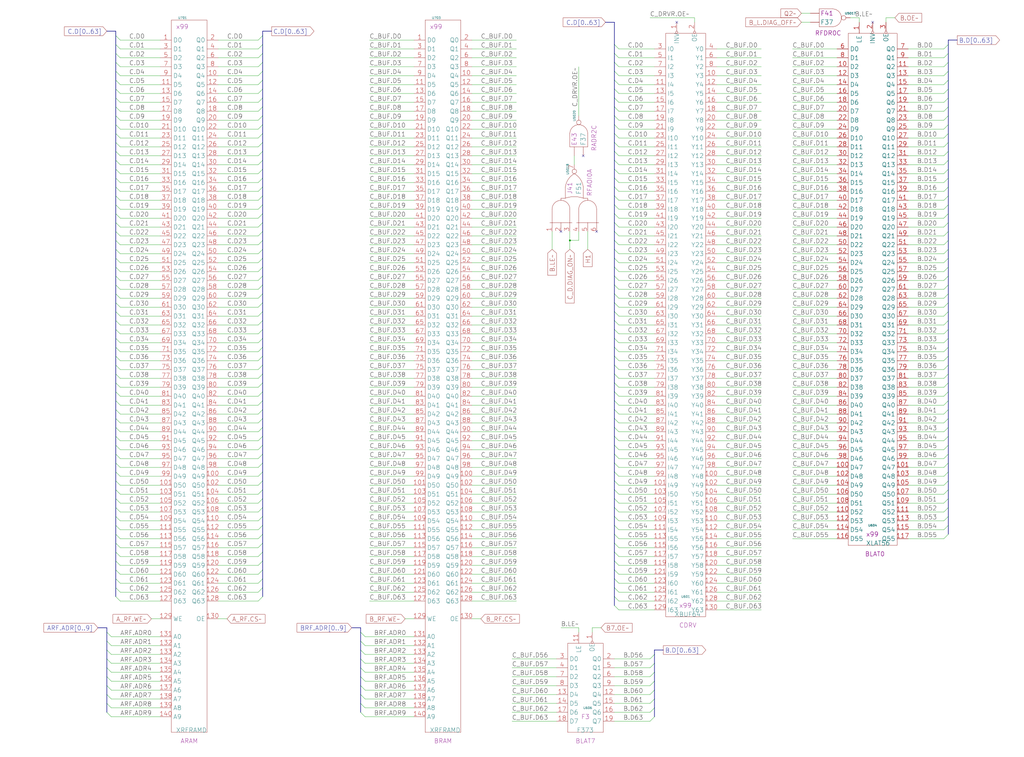
<source format=kicad_sch>
(kicad_sch (version 20230121) (generator eeschema)
  (paper "User" 584.2 431.8)
  (title_block (title "REGISTER FILE A\\nRAM ARRAY") (date "22-MAR-90") (rev "1.0") (comment 1 "VALUE") (comment 2 "232-003063") (comment 3 "S400") (comment 4 "RELEASED"))
  (junction (at 325.12 137.16))
  (no_connect (at 386.08 12.7))
  (no_connect (at 332.74 88.9))
  (no_connect (at 320.04 132.08))
  (no_connect (at 497.84 12.7))
  (no_connect (at 340.36 132.08))
  (bus_entry (at 350.52 30.48) (size 2.54 2.54))
  (bus_entry (at 541.02 172.72) (size -2.54 2.54))
  (bus_entry (at 541.02 187.96) (size -2.54 2.54))
  (bus_entry (at 60.96 375.92) (size 2.54 2.54))
  (bus_entry (at 350.52 218.44) (size 2.54 2.54))
  (bus_entry (at 541.02 218.44) (size -2.54 2.54))
  (bus_entry (at 66.04 35.56) (size 2.54 2.54))
  (bus_entry (at 350.52 208.28) (size 2.54 2.54))
  (bus_entry (at 149.86 279.4) (size -2.54 2.54))
  (bus_entry (at 149.86 304.8) (size -2.54 2.54))
  (bus_entry (at 66.04 121.92) (size 2.54 2.54))
  (bus_entry (at 541.02 60.96) (size -2.54 2.54))
  (bus_entry (at 66.04 284.48) (size 2.54 2.54))
  (bus_entry (at 149.86 147.32) (size -2.54 2.54))
  (bus_entry (at 350.52 187.96) (size 2.54 2.54))
  (bus_entry (at 541.02 142.24) (size -2.54 2.54))
  (bus_entry (at 373.38 393.7) (size -2.54 2.54))
  (bus_entry (at 66.04 86.36) (size 2.54 2.54))
  (bus_entry (at 66.04 50.8) (size 2.54 2.54))
  (bus_entry (at 66.04 325.12) (size 2.54 2.54))
  (bus_entry (at 541.02 294.64) (size -2.54 2.54))
  (bus_entry (at 205.74 401.32) (size 2.54 2.54))
  (bus_entry (at 373.38 408.94) (size -2.54 2.54))
  (bus_entry (at 149.86 55.88) (size -2.54 2.54))
  (bus_entry (at 149.86 289.56) (size -2.54 2.54))
  (bus_entry (at 541.02 284.48) (size -2.54 2.54))
  (bus_entry (at 149.86 254) (size -2.54 2.54))
  (bus_entry (at 350.52 193.04) (size 2.54 2.54))
  (bus_entry (at 350.52 106.68) (size 2.54 2.54))
  (bus_entry (at 541.02 238.76) (size -2.54 2.54))
  (bus_entry (at 66.04 177.8) (size 2.54 2.54))
  (bus_entry (at 66.04 228.6) (size 2.54 2.54))
  (bus_entry (at 60.96 370.84) (size 2.54 2.54))
  (bus_entry (at 541.02 50.8) (size -2.54 2.54))
  (bus_entry (at 541.02 223.52) (size -2.54 2.54))
  (bus_entry (at 541.02 182.88) (size -2.54 2.54))
  (bus_entry (at 350.52 152.4) (size 2.54 2.54))
  (bus_entry (at 541.02 243.84) (size -2.54 2.54))
  (bus_entry (at 541.02 233.68) (size -2.54 2.54))
  (bus_entry (at 350.52 121.92) (size 2.54 2.54))
  (bus_entry (at 350.52 233.68) (size 2.54 2.54))
  (bus_entry (at 350.52 96.52) (size 2.54 2.54))
  (bus_entry (at 541.02 208.28) (size -2.54 2.54))
  (bus_entry (at 350.52 309.88) (size 2.54 2.54))
  (bus_entry (at 66.04 25.4) (size 2.54 2.54))
  (bus_entry (at 149.86 66.04) (size -2.54 2.54))
  (bus_entry (at 350.52 35.56) (size 2.54 2.54))
  (bus_entry (at 66.04 269.24) (size 2.54 2.54))
  (bus_entry (at 149.86 96.52) (size -2.54 2.54))
  (bus_entry (at 66.04 152.4) (size 2.54 2.54))
  (bus_entry (at 350.52 182.88) (size 2.54 2.54))
  (bus_entry (at 149.86 182.88) (size -2.54 2.54))
  (bus_entry (at 66.04 330.2) (size 2.54 2.54))
  (bus_entry (at 541.02 91.44) (size -2.54 2.54))
  (bus_entry (at 60.96 391.16) (size 2.54 2.54))
  (bus_entry (at 149.86 248.92) (size -2.54 2.54))
  (bus_entry (at 149.86 162.56) (size -2.54 2.54))
  (bus_entry (at 350.52 269.24) (size 2.54 2.54))
  (bus_entry (at 66.04 142.24) (size 2.54 2.54))
  (bus_entry (at 350.52 81.28) (size 2.54 2.54))
  (bus_entry (at 350.52 101.6) (size 2.54 2.54))
  (bus_entry (at 149.86 127) (size -2.54 2.54))
  (bus_entry (at 373.38 378.46) (size -2.54 2.54))
  (bus_entry (at 66.04 264.16) (size 2.54 2.54))
  (bus_entry (at 60.96 386.08) (size 2.54 2.54))
  (bus_entry (at 66.04 172.72) (size 2.54 2.54))
  (bus_entry (at 373.38 383.54) (size -2.54 2.54))
  (bus_entry (at 66.04 66.04) (size 2.54 2.54))
  (bus_entry (at 350.52 60.96) (size 2.54 2.54))
  (bus_entry (at 350.52 213.36) (size 2.54 2.54))
  (bus_entry (at 66.04 289.56) (size 2.54 2.54))
  (bus_entry (at 149.86 20.32) (size -2.54 2.54))
  (bus_entry (at 66.04 294.64) (size 2.54 2.54))
  (bus_entry (at 66.04 248.92) (size 2.54 2.54))
  (bus_entry (at 149.86 40.64) (size -2.54 2.54))
  (bus_entry (at 149.86 259.08) (size -2.54 2.54))
  (bus_entry (at 149.86 60.96) (size -2.54 2.54))
  (bus_entry (at 60.96 360.68) (size 2.54 2.54))
  (bus_entry (at 350.52 294.64) (size 2.54 2.54))
  (bus_entry (at 350.52 66.04) (size 2.54 2.54))
  (bus_entry (at 149.86 284.48) (size -2.54 2.54))
  (bus_entry (at 350.52 111.76) (size 2.54 2.54))
  (bus_entry (at 149.86 330.2) (size -2.54 2.54))
  (bus_entry (at 205.74 396.24) (size 2.54 2.54))
  (bus_entry (at 149.86 71.12) (size -2.54 2.54))
  (bus_entry (at 541.02 198.12) (size -2.54 2.54))
  (bus_entry (at 541.02 96.52) (size -2.54 2.54))
  (bus_entry (at 66.04 40.64) (size 2.54 2.54))
  (bus_entry (at 149.86 264.16) (size -2.54 2.54))
  (bus_entry (at 373.38 373.38) (size -2.54 2.54))
  (bus_entry (at 205.74 386.08) (size 2.54 2.54))
  (bus_entry (at 149.86 35.56) (size -2.54 2.54))
  (bus_entry (at 350.52 228.6) (size 2.54 2.54))
  (bus_entry (at 66.04 320.04) (size 2.54 2.54))
  (bus_entry (at 60.96 365.76) (size 2.54 2.54))
  (bus_entry (at 541.02 76.2) (size -2.54 2.54))
  (bus_entry (at 541.02 279.4) (size -2.54 2.54))
  (bus_entry (at 541.02 71.12) (size -2.54 2.54))
  (bus_entry (at 350.52 238.76) (size 2.54 2.54))
  (bus_entry (at 149.86 335.28) (size -2.54 2.54))
  (bus_entry (at 350.52 147.32) (size 2.54 2.54))
  (bus_entry (at 66.04 304.8) (size 2.54 2.54))
  (bus_entry (at 149.86 167.64) (size -2.54 2.54))
  (bus_entry (at 350.52 289.56) (size 2.54 2.54))
  (bus_entry (at 350.52 157.48) (size 2.54 2.54))
  (bus_entry (at 66.04 309.88) (size 2.54 2.54))
  (bus_entry (at 66.04 238.76) (size 2.54 2.54))
  (bus_entry (at 350.52 172.72) (size 2.54 2.54))
  (bus_entry (at 149.86 233.68) (size -2.54 2.54))
  (bus_entry (at 149.86 294.64) (size -2.54 2.54))
  (bus_entry (at 373.38 388.62) (size -2.54 2.54))
  (bus_entry (at 350.52 335.28) (size 2.54 2.54))
  (bus_entry (at 205.74 370.84) (size 2.54 2.54))
  (bus_entry (at 66.04 116.84) (size 2.54 2.54))
  (bus_entry (at 66.04 314.96) (size 2.54 2.54))
  (bus_entry (at 541.02 106.68) (size -2.54 2.54))
  (bus_entry (at 149.86 187.96) (size -2.54 2.54))
  (bus_entry (at 541.02 264.16) (size -2.54 2.54))
  (bus_entry (at 541.02 111.76) (size -2.54 2.54))
  (bus_entry (at 350.52 25.4) (size 2.54 2.54))
  (bus_entry (at 149.86 198.12) (size -2.54 2.54))
  (bus_entry (at 350.52 71.12) (size 2.54 2.54))
  (bus_entry (at 541.02 157.48) (size -2.54 2.54))
  (bus_entry (at 541.02 86.36) (size -2.54 2.54))
  (bus_entry (at 541.02 116.84) (size -2.54 2.54))
  (bus_entry (at 149.86 213.36) (size -2.54 2.54))
  (bus_entry (at 350.52 259.08) (size 2.54 2.54))
  (bus_entry (at 350.52 243.84) (size 2.54 2.54))
  (bus_entry (at 66.04 208.28) (size 2.54 2.54))
  (bus_entry (at 149.86 193.04) (size -2.54 2.54))
  (bus_entry (at 66.04 71.12) (size 2.54 2.54))
  (bus_entry (at 149.86 320.04) (size -2.54 2.54))
  (bus_entry (at 149.86 30.48) (size -2.54 2.54))
  (bus_entry (at 541.02 304.8) (size -2.54 2.54))
  (bus_entry (at 149.86 86.36) (size -2.54 2.54))
  (bus_entry (at 149.86 309.88) (size -2.54 2.54))
  (bus_entry (at 66.04 279.4) (size 2.54 2.54))
  (bus_entry (at 66.04 259.08) (size 2.54 2.54))
  (bus_entry (at 66.04 76.2) (size 2.54 2.54))
  (bus_entry (at 541.02 121.92) (size -2.54 2.54))
  (bus_entry (at 149.86 243.84) (size -2.54 2.54))
  (bus_entry (at 205.74 360.68) (size 2.54 2.54))
  (bus_entry (at 350.52 320.04) (size 2.54 2.54))
  (bus_entry (at 149.86 203.2) (size -2.54 2.54))
  (bus_entry (at 541.02 152.4) (size -2.54 2.54))
  (bus_entry (at 66.04 335.28) (size 2.54 2.54))
  (bus_entry (at 350.52 162.56) (size 2.54 2.54))
  (bus_entry (at 149.86 314.96) (size -2.54 2.54))
  (bus_entry (at 66.04 233.68) (size 2.54 2.54))
  (bus_entry (at 66.04 274.32) (size 2.54 2.54))
  (bus_entry (at 149.86 101.6) (size -2.54 2.54))
  (bus_entry (at 541.02 55.88) (size -2.54 2.54))
  (bus_entry (at 149.86 132.08) (size -2.54 2.54))
  (bus_entry (at 205.74 381) (size 2.54 2.54))
  (bus_entry (at 66.04 299.72) (size 2.54 2.54))
  (bus_entry (at 66.04 218.44) (size 2.54 2.54))
  (bus_entry (at 205.74 406.4) (size 2.54 2.54))
  (bus_entry (at 149.86 152.4) (size -2.54 2.54))
  (bus_entry (at 541.02 137.16) (size -2.54 2.54))
  (bus_entry (at 149.86 274.32) (size -2.54 2.54))
  (bus_entry (at 149.86 45.72) (size -2.54 2.54))
  (bus_entry (at 350.52 137.16) (size 2.54 2.54))
  (bus_entry (at 66.04 193.04) (size 2.54 2.54))
  (bus_entry (at 541.02 132.08) (size -2.54 2.54))
  (bus_entry (at 66.04 127) (size 2.54 2.54))
  (bus_entry (at 66.04 20.32) (size 2.54 2.54))
  (bus_entry (at 350.52 304.8) (size 2.54 2.54))
  (bus_entry (at 66.04 187.96) (size 2.54 2.54))
  (bus_entry (at 541.02 35.56) (size -2.54 2.54))
  (bus_entry (at 66.04 111.76) (size 2.54 2.54))
  (bus_entry (at 66.04 213.36) (size 2.54 2.54))
  (bus_entry (at 66.04 45.72) (size 2.54 2.54))
  (bus_entry (at 66.04 30.48) (size 2.54 2.54))
  (bus_entry (at 66.04 340.36) (size 2.54 2.54))
  (bus_entry (at 66.04 55.88) (size 2.54 2.54))
  (bus_entry (at 66.04 157.48) (size 2.54 2.54))
  (bus_entry (at 149.86 91.44) (size -2.54 2.54))
  (bus_entry (at 66.04 137.16) (size 2.54 2.54))
  (bus_entry (at 66.04 91.44) (size 2.54 2.54))
  (bus_entry (at 149.86 269.24) (size -2.54 2.54))
  (bus_entry (at 149.86 218.44) (size -2.54 2.54))
  (bus_entry (at 541.02 147.32) (size -2.54 2.54))
  (bus_entry (at 149.86 111.76) (size -2.54 2.54))
  (bus_entry (at 149.86 25.4) (size -2.54 2.54))
  (bus_entry (at 350.52 198.12) (size 2.54 2.54))
  (bus_entry (at 350.52 116.84) (size 2.54 2.54))
  (bus_entry (at 350.52 40.64) (size 2.54 2.54))
  (bus_entry (at 149.86 121.92) (size -2.54 2.54))
  (bus_entry (at 541.02 269.24) (size -2.54 2.54))
  (bus_entry (at 541.02 177.8) (size -2.54 2.54))
  (bus_entry (at 350.52 284.48) (size 2.54 2.54))
  (bus_entry (at 149.86 50.8) (size -2.54 2.54))
  (bus_entry (at 541.02 203.2) (size -2.54 2.54))
  (bus_entry (at 350.52 127) (size 2.54 2.54))
  (bus_entry (at 350.52 330.2) (size 2.54 2.54))
  (bus_entry (at 541.02 193.04) (size -2.54 2.54))
  (bus_entry (at 66.04 147.32) (size 2.54 2.54))
  (bus_entry (at 350.52 91.44) (size 2.54 2.54))
  (bus_entry (at 66.04 162.56) (size 2.54 2.54))
  (bus_entry (at 149.86 142.24) (size -2.54 2.54))
  (bus_entry (at 149.86 172.72) (size -2.54 2.54))
  (bus_entry (at 60.96 401.32) (size 2.54 2.54))
  (bus_entry (at 66.04 106.68) (size 2.54 2.54))
  (bus_entry (at 541.02 254) (size -2.54 2.54))
  (bus_entry (at 350.52 248.92) (size 2.54 2.54))
  (bus_entry (at 205.74 365.76) (size 2.54 2.54))
  (bus_entry (at 149.86 81.28) (size -2.54 2.54))
  (bus_entry (at 149.86 340.36) (size -2.54 2.54))
  (bus_entry (at 149.86 208.28) (size -2.54 2.54))
  (bus_entry (at 66.04 182.88) (size 2.54 2.54))
  (bus_entry (at 149.86 299.72) (size -2.54 2.54))
  (bus_entry (at 350.52 132.08) (size 2.54 2.54))
  (bus_entry (at 149.86 238.76) (size -2.54 2.54))
  (bus_entry (at 541.02 162.56) (size -2.54 2.54))
  (bus_entry (at 350.52 325.12) (size 2.54 2.54))
  (bus_entry (at 350.52 167.64) (size 2.54 2.54))
  (bus_entry (at 350.52 55.88) (size 2.54 2.54))
  (bus_entry (at 373.38 403.86) (size -2.54 2.54))
  (bus_entry (at 149.86 116.84) (size -2.54 2.54))
  (bus_entry (at 60.96 406.4) (size 2.54 2.54))
  (bus_entry (at 205.74 375.92) (size 2.54 2.54))
  (bus_entry (at 541.02 25.4) (size -2.54 2.54))
  (bus_entry (at 66.04 198.12) (size 2.54 2.54))
  (bus_entry (at 60.96 396.24) (size 2.54 2.54))
  (bus_entry (at 149.86 325.12) (size -2.54 2.54))
  (bus_entry (at 350.52 177.8) (size 2.54 2.54))
  (bus_entry (at 66.04 96.52) (size 2.54 2.54))
  (bus_entry (at 60.96 381) (size 2.54 2.54))
  (bus_entry (at 149.86 157.48) (size -2.54 2.54))
  (bus_entry (at 66.04 167.64) (size 2.54 2.54))
  (bus_entry (at 149.86 228.6) (size -2.54 2.54))
  (bus_entry (at 350.52 142.24) (size 2.54 2.54))
  (bus_entry (at 350.52 45.72) (size 2.54 2.54))
  (bus_entry (at 66.04 81.28) (size 2.54 2.54))
  (bus_entry (at 66.04 254) (size 2.54 2.54))
  (bus_entry (at 541.02 101.6) (size -2.54 2.54))
  (bus_entry (at 350.52 264.16) (size 2.54 2.54))
  (bus_entry (at 149.86 137.16) (size -2.54 2.54))
  (bus_entry (at 350.52 299.72) (size 2.54 2.54))
  (bus_entry (at 541.02 274.32) (size -2.54 2.54))
  (bus_entry (at 149.86 177.8) (size -2.54 2.54))
  (bus_entry (at 350.52 340.36) (size 2.54 2.54))
  (bus_entry (at 350.52 345.44) (size 2.54 2.54))
  (bus_entry (at 541.02 228.6) (size -2.54 2.54))
  (bus_entry (at 350.52 274.32) (size 2.54 2.54))
  (bus_entry (at 541.02 248.92) (size -2.54 2.54))
  (bus_entry (at 541.02 66.04) (size -2.54 2.54))
  (bus_entry (at 149.86 76.2) (size -2.54 2.54))
  (bus_entry (at 66.04 223.52) (size 2.54 2.54))
  (bus_entry (at 373.38 398.78) (size -2.54 2.54))
  (bus_entry (at 541.02 45.72) (size -2.54 2.54))
  (bus_entry (at 149.86 106.68) (size -2.54 2.54))
  (bus_entry (at 66.04 203.2) (size 2.54 2.54))
  (bus_entry (at 541.02 40.64) (size -2.54 2.54))
  (bus_entry (at 350.52 50.8) (size 2.54 2.54))
  (bus_entry (at 350.52 314.96) (size 2.54 2.54))
  (bus_entry (at 541.02 127) (size -2.54 2.54))
  (bus_entry (at 350.52 223.52) (size 2.54 2.54))
  (bus_entry (at 149.86 223.52) (size -2.54 2.54))
  (bus_entry (at 66.04 243.84) (size 2.54 2.54))
  (bus_entry (at 350.52 254) (size 2.54 2.54))
  (bus_entry (at 66.04 101.6) (size 2.54 2.54))
  (bus_entry (at 350.52 203.2) (size 2.54 2.54))
  (bus_entry (at 350.52 279.4) (size 2.54 2.54))
  (bus_entry (at 66.04 60.96) (size 2.54 2.54))
  (bus_entry (at 66.04 132.08) (size 2.54 2.54))
  (bus_entry (at 205.74 391.16) (size 2.54 2.54))
  (bus_entry (at 541.02 213.36) (size -2.54 2.54))
  (bus_entry (at 541.02 81.28) (size -2.54 2.54))
  (bus_entry (at 541.02 167.64) (size -2.54 2.54))
  (bus_entry (at 541.02 299.72) (size -2.54 2.54))
  (bus_entry (at 541.02 259.08) (size -2.54 2.54))
  (bus_entry (at 541.02 289.56) (size -2.54 2.54))
  (bus_entry (at 350.52 76.2) (size 2.54 2.54))
  (bus_entry (at 350.52 86.36) (size 2.54 2.54))
  (bus_entry (at 541.02 30.48) (size -2.54 2.54))
  (wire (pts (xy 236.22 332.74) (xy 210.82 332.74)))
  (wire (pts (xy 91.44 287.02) (xy 68.58 287.02)))
  (wire (pts (xy 91.44 149.86) (xy 68.58 149.86)))
  (bus (pts (xy 373.38 393.7) (xy 373.38 398.78)))
  (bus (pts (xy 541.02 228.6) (xy 541.02 233.68)))
  (bus (pts (xy 60.96 17.78) (xy 66.04 17.78)))
  (wire (pts (xy 91.44 160.02) (xy 68.58 160.02)))
  (bus (pts (xy 66.04 162.56) (xy 66.04 167.64)))
  (wire (pts (xy 452.12 58.42) (xy 477.52 58.42)))
  (wire (pts (xy 236.22 38.1) (xy 210.82 38.1)))
  (wire (pts (xy 231.14 353.06) (xy 236.22 353.06)))
  (bus (pts (xy 541.02 91.44) (xy 541.02 96.52)))
  (wire (pts (xy 269.24 200.66) (xy 294.64 200.66)))
  (wire (pts (xy 518.16 200.66) (xy 538.48 200.66)))
  (bus (pts (xy 149.86 264.16) (xy 149.86 269.24)))
  (bus (pts (xy 350.52 304.8) (xy 350.52 309.88)))
  (wire (pts (xy 408.94 236.22) (xy 434.34 236.22)))
  (bus (pts (xy 66.04 30.48) (xy 66.04 35.56)))
  (wire (pts (xy 452.12 63.5) (xy 477.52 63.5)))
  (wire (pts (xy 269.24 73.66) (xy 294.64 73.66)))
  (bus (pts (xy 149.86 294.64) (xy 149.86 299.72)))
  (wire (pts (xy 353.06 38.1) (xy 373.38 38.1)))
  (bus (pts (xy 350.52 177.8) (xy 350.52 182.88)))
  (wire (pts (xy 452.12 38.1) (xy 477.52 38.1)))
  (bus (pts (xy 350.52 294.64) (xy 350.52 299.72)))
  (wire (pts (xy 91.44 114.3) (xy 68.58 114.3)))
  (wire (pts (xy 124.46 342.9) (xy 147.32 342.9)))
  (wire (pts (xy 124.46 327.66) (xy 147.32 327.66)))
  (wire (pts (xy 353.06 73.66) (xy 373.38 73.66)))
  (bus (pts (xy 205.74 360.68) (xy 205.74 365.76)))
  (wire (pts (xy 408.94 68.58) (xy 434.34 68.58)))
  (wire (pts (xy 353.06 195.58) (xy 373.38 195.58)))
  (wire (pts (xy 518.16 185.42) (xy 538.48 185.42)))
  (bus (pts (xy 66.04 101.6) (xy 66.04 106.68)))
  (wire (pts (xy 353.06 210.82) (xy 373.38 210.82)))
  (wire (pts (xy 91.44 215.9) (xy 68.58 215.9)))
  (bus (pts (xy 66.04 127) (xy 66.04 132.08)))
  (wire (pts (xy 396.24 10.16) (xy 396.24 12.7)))
  (wire (pts (xy 91.44 180.34) (xy 68.58 180.34)))
  (bus (pts (xy 149.86 101.6) (xy 149.86 106.68)))
  (wire (pts (xy 91.44 139.7) (xy 68.58 139.7)))
  (bus (pts (xy 66.04 132.08) (xy 66.04 137.16)))
  (wire (pts (xy 327.66 93.98) (xy 327.66 88.9)))
  (wire (pts (xy 269.24 109.22) (xy 294.64 109.22)))
  (bus (pts (xy 541.02 132.08) (xy 541.02 137.16)))
  (wire (pts (xy 124.46 236.22) (xy 147.32 236.22)))
  (wire (pts (xy 350.52 391.16) (xy 370.84 391.16)))
  (wire (pts (xy 236.22 134.62) (xy 210.82 134.62)))
  (bus (pts (xy 60.96 365.76) (xy 60.96 370.84)))
  (wire (pts (xy 269.24 43.18) (xy 294.64 43.18)))
  (bus (pts (xy 541.02 269.24) (xy 541.02 274.32)))
  (wire (pts (xy 91.44 317.5) (xy 68.58 317.5)))
  (bus (pts (xy 60.96 396.24) (xy 60.96 401.32)))
  (wire (pts (xy 353.06 241.3) (xy 373.38 241.3)))
  (bus (pts (xy 541.02 45.72) (xy 541.02 50.8)))
  (bus (pts (xy 66.04 91.44) (xy 66.04 96.52)))
  (wire (pts (xy 408.94 124.46) (xy 434.34 124.46)))
  (wire (pts (xy 353.06 27.94) (xy 373.38 27.94)))
  (bus (pts (xy 66.04 238.76) (xy 66.04 243.84)))
  (wire (pts (xy 353.06 170.18) (xy 373.38 170.18)))
  (bus (pts (xy 541.02 193.04) (xy 541.02 198.12)))
  (wire (pts (xy 353.06 160.02) (xy 373.38 160.02)))
  (wire (pts (xy 452.12 231.14) (xy 477.52 231.14)))
  (bus (pts (xy 541.02 81.28) (xy 541.02 86.36)))
  (bus (pts (xy 66.04 76.2) (xy 66.04 81.28)))
  (wire (pts (xy 236.22 149.86) (xy 210.82 149.86)))
  (bus (pts (xy 350.52 238.76) (xy 350.52 243.84)))
  (wire (pts (xy 353.06 251.46) (xy 373.38 251.46)))
  (wire (pts (xy 91.44 99.06) (xy 68.58 99.06)))
  (bus (pts (xy 149.86 81.28) (xy 149.86 86.36)))
  (wire (pts (xy 518.16 215.9) (xy 538.48 215.9)))
  (wire (pts (xy 91.44 297.18) (xy 68.58 297.18)))
  (wire (pts (xy 124.46 322.58) (xy 147.32 322.58)))
  (wire (pts (xy 353.06 63.5) (xy 373.38 63.5)))
  (bus (pts (xy 350.52 101.6) (xy 350.52 106.68)))
  (wire (pts (xy 91.44 307.34) (xy 68.58 307.34)))
  (wire (pts (xy 269.24 53.34) (xy 294.64 53.34)))
  (wire (pts (xy 236.22 144.78) (xy 210.82 144.78)))
  (wire (pts (xy 292.1 386.08) (xy 317.5 386.08)))
  (wire (pts (xy 269.24 58.42) (xy 294.64 58.42)))
  (wire (pts (xy 124.46 83.82) (xy 147.32 83.82)))
  (wire (pts (xy 518.16 266.7) (xy 538.48 266.7)))
  (bus (pts (xy 541.02 152.4) (xy 541.02 157.48)))
  (bus (pts (xy 350.52 340.36) (xy 350.52 345.44)))
  (bus (pts (xy 149.86 279.4) (xy 149.86 284.48)))
  (wire (pts (xy 408.94 297.18) (xy 434.34 297.18)))
  (wire (pts (xy 236.22 109.22) (xy 210.82 109.22)))
  (bus (pts (xy 373.38 388.62) (xy 373.38 393.7)))
  (wire (pts (xy 452.12 119.38) (xy 477.52 119.38)))
  (wire (pts (xy 452.12 88.9) (xy 477.52 88.9)))
  (bus (pts (xy 541.02 238.76) (xy 541.02 243.84)))
  (bus (pts (xy 350.52 55.88) (xy 350.52 60.96)))
  (wire (pts (xy 269.24 99.06) (xy 294.64 99.06)))
  (bus (pts (xy 350.52 279.4) (xy 350.52 284.48)))
  (wire (pts (xy 452.12 251.46) (xy 477.52 251.46)))
  (bus (pts (xy 205.74 375.92) (xy 205.74 381)))
  (wire (pts (xy 269.24 251.46) (xy 294.64 251.46)))
  (bus (pts (xy 149.86 71.12) (xy 149.86 76.2)))
  (wire (pts (xy 91.44 266.7) (xy 68.58 266.7)))
  (wire (pts (xy 269.24 271.78) (xy 294.64 271.78)))
  (wire (pts (xy 408.94 276.86) (xy 434.34 276.86)))
  (wire (pts (xy 408.94 149.86) (xy 434.34 149.86)))
  (wire (pts (xy 408.94 139.7) (xy 434.34 139.7)))
  (bus (pts (xy 149.86 325.12) (xy 149.86 330.2)))
  (bus (pts (xy 350.52 314.96) (xy 350.52 320.04)))
  (wire (pts (xy 124.46 312.42) (xy 147.32 312.42)))
  (wire (pts (xy 236.22 251.46) (xy 210.82 251.46)))
  (bus (pts (xy 350.52 45.72) (xy 350.52 50.8)))
  (wire (pts (xy 353.06 307.34) (xy 373.38 307.34)))
  (wire (pts (xy 505.46 10.16) (xy 505.46 12.7)))
  (wire (pts (xy 335.28 142.24) (xy 335.28 132.08)))
  (bus (pts (xy 66.04 50.8) (xy 66.04 55.88)))
  (wire (pts (xy 269.24 170.18) (xy 294.64 170.18)))
  (wire (pts (xy 269.24 134.62) (xy 294.64 134.62)))
  (bus (pts (xy 66.04 172.72) (xy 66.04 177.8)))
  (bus (pts (xy 541.02 254) (xy 541.02 259.08)))
  (wire (pts (xy 91.44 337.82) (xy 68.58 337.82)))
  (wire (pts (xy 236.22 73.66) (xy 210.82 73.66)))
  (bus (pts (xy 350.52 335.28) (xy 350.52 340.36)))
  (wire (pts (xy 269.24 297.18) (xy 294.64 297.18)))
  (wire (pts (xy 208.28 403.86) (xy 236.22 403.86)))
  (wire (pts (xy 452.12 99.06) (xy 477.52 99.06)))
  (wire (pts (xy 353.06 144.78) (xy 373.38 144.78)))
  (wire (pts (xy 236.22 129.54) (xy 210.82 129.54)))
  (wire (pts (xy 269.24 307.34) (xy 294.64 307.34)))
  (wire (pts (xy 408.94 226.06) (xy 434.34 226.06)))
  (bus (pts (xy 149.86 55.88) (xy 149.86 60.96)))
  (wire (pts (xy 518.16 134.62) (xy 538.48 134.62)))
  (bus (pts (xy 66.04 193.04) (xy 66.04 198.12)))
  (wire (pts (xy 208.28 388.62) (xy 236.22 388.62)))
  (wire (pts (xy 353.06 347.98) (xy 373.38 347.98)))
  (wire (pts (xy 408.94 241.3) (xy 434.34 241.3)))
  (wire (pts (xy 269.24 215.9) (xy 294.64 215.9)))
  (wire (pts (xy 452.12 190.5) (xy 477.52 190.5)))
  (wire (pts (xy 408.94 185.42) (xy 434.34 185.42)))
  (wire (pts (xy 91.44 342.9) (xy 68.58 342.9)))
  (wire (pts (xy 353.06 322.58) (xy 373.38 322.58)))
  (wire (pts (xy 236.22 160.02) (xy 210.82 160.02)))
  (wire (pts (xy 236.22 83.82) (xy 210.82 83.82)))
  (wire (pts (xy 236.22 220.98) (xy 210.82 220.98)))
  (wire (pts (xy 353.06 53.34) (xy 373.38 53.34)))
  (wire (pts (xy 236.22 281.94) (xy 210.82 281.94)))
  (wire (pts (xy 269.24 210.82) (xy 294.64 210.82)))
  (wire (pts (xy 518.16 246.38) (xy 538.48 246.38)))
  (wire (pts (xy 452.12 149.86) (xy 477.52 149.86)))
  (wire (pts (xy 518.16 78.74) (xy 538.48 78.74)))
  (wire (pts (xy 353.06 276.86) (xy 373.38 276.86)))
  (wire (pts (xy 518.16 281.94) (xy 538.48 281.94)))
  (wire (pts (xy 124.46 185.42) (xy 147.32 185.42)))
  (wire (pts (xy 452.12 33.02) (xy 477.52 33.02)))
  (wire (pts (xy 485.14 10.16) (xy 490.22 10.16)))
  (wire (pts (xy 236.22 165.1) (xy 210.82 165.1)))
  (wire (pts (xy 353.06 236.22) (xy 373.38 236.22)))
  (bus (pts (xy 350.52 289.56) (xy 350.52 294.64)))
  (wire (pts (xy 91.44 58.42) (xy 68.58 58.42)))
  (wire (pts (xy 269.24 292.1) (xy 294.64 292.1)))
  (bus (pts (xy 350.52 198.12) (xy 350.52 203.2)))
  (bus (pts (xy 149.86 269.24) (xy 149.86 274.32)))
  (wire (pts (xy 452.12 73.66) (xy 477.52 73.66)))
  (wire (pts (xy 236.22 205.74) (xy 210.82 205.74)))
  (bus (pts (xy 541.02 259.08) (xy 541.02 264.16)))
  (wire (pts (xy 408.94 114.3) (xy 434.34 114.3)))
  (wire (pts (xy 236.22 210.82) (xy 210.82 210.82)))
  (wire (pts (xy 353.06 200.66) (xy 373.38 200.66)))
  (wire (pts (xy 269.24 266.7) (xy 294.64 266.7)))
  (wire (pts (xy 124.46 205.74) (xy 147.32 205.74)))
  (wire (pts (xy 124.46 27.94) (xy 147.32 27.94)))
  (bus (pts (xy 66.04 254) (xy 66.04 259.08)))
  (bus (pts (xy 350.52 269.24) (xy 350.52 274.32)))
  (wire (pts (xy 124.46 241.3) (xy 147.32 241.3)))
  (wire (pts (xy 408.94 190.5) (xy 434.34 190.5)))
  (wire (pts (xy 124.46 129.54) (xy 147.32 129.54)))
  (bus (pts (xy 350.52 40.64) (xy 350.52 45.72)))
  (wire (pts (xy 510.54 10.16) (xy 505.46 10.16)))
  (bus (pts (xy 149.86 172.72) (xy 149.86 177.8)))
  (bus (pts (xy 149.86 121.92) (xy 149.86 127)))
  (wire (pts (xy 91.44 236.22) (xy 68.58 236.22)))
  (bus (pts (xy 66.04 147.32) (xy 66.04 152.4)))
  (bus (pts (xy 66.04 157.48) (xy 66.04 162.56)))
  (bus (pts (xy 149.86 147.32) (xy 149.86 152.4)))
  (wire (pts (xy 269.24 175.26) (xy 294.64 175.26)))
  (wire (pts (xy 269.24 48.26) (xy 294.64 48.26)))
  (wire (pts (xy 124.46 266.7) (xy 147.32 266.7)))
  (bus (pts (xy 66.04 45.72) (xy 66.04 50.8)))
  (wire (pts (xy 63.5 403.86) (xy 91.44 403.86)))
  (bus (pts (xy 149.86 238.76) (xy 149.86 243.84)))
  (wire (pts (xy 408.94 134.62) (xy 434.34 134.62)))
  (bus (pts (xy 205.74 370.84) (xy 205.74 375.92)))
  (wire (pts (xy 408.94 99.06) (xy 434.34 99.06)))
  (bus (pts (xy 66.04 152.4) (xy 66.04 157.48)))
  (wire (pts (xy 236.22 241.3) (xy 210.82 241.3)))
  (bus (pts (xy 66.04 248.92) (xy 66.04 254)))
  (bus (pts (xy 350.52 330.2) (xy 350.52 335.28)))
  (bus (pts (xy 541.02 121.92) (xy 541.02 127)))
  (wire (pts (xy 124.46 317.5) (xy 147.32 317.5)))
  (wire (pts (xy 269.24 88.9) (xy 294.64 88.9)))
  (wire (pts (xy 91.44 256.54) (xy 68.58 256.54)))
  (bus (pts (xy 66.04 142.24) (xy 66.04 147.32)))
  (wire (pts (xy 518.16 175.26) (xy 538.48 175.26)))
  (wire (pts (xy 269.24 226.06) (xy 294.64 226.06)))
  (wire (pts (xy 124.46 256.54) (xy 147.32 256.54)))
  (wire (pts (xy 325.12 142.24) (xy 325.12 137.16)))
  (wire (pts (xy 236.22 266.7) (xy 210.82 266.7)))
  (bus (pts (xy 149.86 25.4) (xy 149.86 30.48)))
  (wire (pts (xy 63.5 398.78) (xy 91.44 398.78)))
  (wire (pts (xy 236.22 185.42) (xy 210.82 185.42)))
  (wire (pts (xy 452.12 154.94) (xy 477.52 154.94)))
  (wire (pts (xy 353.06 93.98) (xy 373.38 93.98)))
  (bus (pts (xy 149.86 167.64) (xy 149.86 172.72)))
  (wire (pts (xy 269.24 312.42) (xy 294.64 312.42)))
  (wire (pts (xy 330.2 358.14) (xy 330.2 360.68)))
  (wire (pts (xy 353.06 58.42) (xy 373.38 58.42)))
  (wire (pts (xy 269.24 287.02) (xy 294.64 287.02)))
  (wire (pts (xy 353.06 114.3) (xy 373.38 114.3)))
  (wire (pts (xy 269.24 220.98) (xy 294.64 220.98)))
  (wire (pts (xy 452.12 144.78) (xy 477.52 144.78)))
  (wire (pts (xy 518.16 190.5) (xy 538.48 190.5)))
  (wire (pts (xy 91.44 332.74) (xy 68.58 332.74)))
  (wire (pts (xy 314.96 132.08) (xy 314.96 142.24)))
  (bus (pts (xy 541.02 223.52) (xy 541.02 228.6)))
  (bus (pts (xy 66.04 269.24) (xy 66.04 274.32)))
  (wire (pts (xy 269.24 317.5) (xy 294.64 317.5)))
  (wire (pts (xy 236.22 154.94) (xy 210.82 154.94)))
  (wire (pts (xy 124.46 281.94) (xy 147.32 281.94)))
  (wire (pts (xy 236.22 317.5) (xy 210.82 317.5)))
  (wire (pts (xy 91.44 231.14) (xy 68.58 231.14)))
  (bus (pts (xy 149.86 208.28) (xy 149.86 213.36)))
  (wire (pts (xy 353.06 246.38) (xy 373.38 246.38)))
  (bus (pts (xy 350.52 12.7) (xy 350.52 25.4)))
  (wire (pts (xy 452.12 241.3) (xy 477.52 241.3)))
  (wire (pts (xy 269.24 231.14) (xy 294.64 231.14)))
  (wire (pts (xy 124.46 114.3) (xy 147.32 114.3)))
  (bus (pts (xy 350.52 284.48) (xy 350.52 289.56)))
  (wire (pts (xy 408.94 33.02) (xy 434.34 33.02)))
  (bus (pts (xy 66.04 274.32) (xy 66.04 279.4)))
  (wire (pts (xy 236.22 302.26) (xy 210.82 302.26)))
  (wire (pts (xy 269.24 104.14) (xy 294.64 104.14)))
  (bus (pts (xy 541.02 55.88) (xy 541.02 60.96)))
  (bus (pts (xy 350.52 259.08) (xy 350.52 264.16)))
  (bus (pts (xy 149.86 198.12) (xy 149.86 203.2)))
  (bus (pts (xy 350.52 76.2) (xy 350.52 81.28)))
  (bus (pts (xy 350.52 218.44) (xy 350.52 223.52)))
  (bus (pts (xy 66.04 60.96) (xy 66.04 66.04)))
  (bus (pts (xy 66.04 106.68) (xy 66.04 111.76)))
  (wire (pts (xy 353.06 205.74) (xy 373.38 205.74)))
  (bus (pts (xy 541.02 137.16) (xy 541.02 142.24)))
  (wire (pts (xy 269.24 342.9) (xy 294.64 342.9)))
  (wire (pts (xy 269.24 139.7) (xy 294.64 139.7)))
  (bus (pts (xy 350.52 35.56) (xy 350.52 40.64)))
  (bus (pts (xy 66.04 299.72) (xy 66.04 304.8)))
  (wire (pts (xy 408.94 43.18) (xy 434.34 43.18)))
  (wire (pts (xy 518.16 241.3) (xy 538.48 241.3)))
  (bus (pts (xy 350.52 25.4) (xy 350.52 30.48)))
  (wire (pts (xy 124.46 93.98) (xy 147.32 93.98)))
  (wire (pts (xy 124.46 144.78) (xy 147.32 144.78)))
  (bus (pts (xy 541.02 208.28) (xy 541.02 213.36)))
  (wire (pts (xy 350.52 411.48) (xy 370.84 411.48)))
  (bus (pts (xy 60.96 386.08) (xy 60.96 391.16)))
  (wire (pts (xy 518.16 93.98) (xy 538.48 93.98)))
  (bus (pts (xy 350.52 157.48) (xy 350.52 162.56)))
  (wire (pts (xy 236.22 170.18) (xy 210.82 170.18)))
  (wire (pts (xy 370.84 10.16) (xy 396.24 10.16)))
  (wire (pts (xy 408.94 200.66) (xy 434.34 200.66)))
  (bus (pts (xy 350.52 228.6) (xy 350.52 233.68)))
  (bus (pts (xy 350.52 254) (xy 350.52 259.08)))
  (wire (pts (xy 91.44 312.42) (xy 68.58 312.42)))
  (wire (pts (xy 408.94 63.5) (xy 434.34 63.5)))
  (bus (pts (xy 350.52 274.32) (xy 350.52 279.4)))
  (wire (pts (xy 452.12 200.66) (xy 477.52 200.66)))
  (wire (pts (xy 236.22 99.06) (xy 210.82 99.06)))
  (wire (pts (xy 124.46 149.86) (xy 147.32 149.86)))
  (wire (pts (xy 452.12 104.14) (xy 477.52 104.14)))
  (wire (pts (xy 236.22 175.26) (xy 210.82 175.26)))
  (wire (pts (xy 63.5 363.22) (xy 91.44 363.22)))
  (wire (pts (xy 269.24 322.58) (xy 294.64 322.58)))
  (bus (pts (xy 60.96 391.16) (xy 60.96 396.24)))
  (bus (pts (xy 541.02 127) (xy 541.02 132.08)))
  (bus (pts (xy 541.02 172.72) (xy 541.02 177.8)))
  (wire (pts (xy 408.94 53.34) (xy 434.34 53.34)))
  (bus (pts (xy 541.02 35.56) (xy 541.02 40.64)))
  (wire (pts (xy 124.46 246.38) (xy 147.32 246.38)))
  (wire (pts (xy 518.16 33.02) (xy 538.48 33.02)))
  (bus (pts (xy 66.04 325.12) (xy 66.04 330.2)))
  (wire (pts (xy 269.24 256.54) (xy 294.64 256.54)))
  (wire (pts (xy 350.52 375.92) (xy 370.84 375.92)))
  (wire (pts (xy 408.94 160.02) (xy 434.34 160.02)))
  (wire (pts (xy 91.44 281.94) (xy 68.58 281.94)))
  (wire (pts (xy 124.46 200.66) (xy 147.32 200.66)))
  (bus (pts (xy 350.52 137.16) (xy 350.52 142.24)))
  (wire (pts (xy 208.28 393.7) (xy 236.22 393.7)))
  (wire (pts (xy 269.24 241.3) (xy 294.64 241.3)))
  (wire (pts (xy 452.12 215.9) (xy 477.52 215.9)))
  (wire (pts (xy 236.22 114.3) (xy 210.82 114.3)))
  (bus (pts (xy 541.02 25.4) (xy 541.02 30.48)))
  (wire (pts (xy 124.46 353.06) (xy 129.54 353.06)))
  (wire (pts (xy 452.12 281.94) (xy 477.52 281.94)))
  (bus (pts (xy 350.52 152.4) (xy 350.52 157.48)))
  (wire (pts (xy 408.94 38.1) (xy 434.34 38.1)))
  (wire (pts (xy 350.52 401.32) (xy 370.84 401.32)))
  (bus (pts (xy 149.86 157.48) (xy 149.86 162.56)))
  (wire (pts (xy 518.16 276.86) (xy 538.48 276.86)))
  (wire (pts (xy 408.94 332.74) (xy 434.34 332.74)))
  (wire (pts (xy 91.44 83.82) (xy 68.58 83.82)))
  (bus (pts (xy 350.52 106.68) (xy 350.52 111.76)))
  (wire (pts (xy 452.12 246.38) (xy 477.52 246.38)))
  (bus (pts (xy 66.04 167.64) (xy 66.04 172.72)))
  (wire (pts (xy 408.94 337.82) (xy 434.34 337.82)))
  (wire (pts (xy 124.46 210.82) (xy 147.32 210.82)))
  (bus (pts (xy 541.02 284.48) (xy 541.02 289.56)))
  (wire (pts (xy 124.46 180.34) (xy 147.32 180.34)))
  (bus (pts (xy 373.38 383.54) (xy 373.38 388.62)))
  (wire (pts (xy 518.16 261.62) (xy 538.48 261.62)))
  (bus (pts (xy 350.52 111.76) (xy 350.52 116.84)))
  (wire (pts (xy 269.24 38.1) (xy 294.64 38.1)))
  (wire (pts (xy 236.22 307.34) (xy 210.82 307.34)))
  (wire (pts (xy 124.46 53.34) (xy 147.32 53.34)))
  (wire (pts (xy 269.24 180.34) (xy 294.64 180.34)))
  (wire (pts (xy 408.94 327.66) (xy 434.34 327.66)))
  (wire (pts (xy 350.52 396.24) (xy 370.84 396.24)))
  (wire (pts (xy 408.94 220.98) (xy 434.34 220.98)))
  (wire (pts (xy 408.94 231.14) (xy 434.34 231.14)))
  (wire (pts (xy 353.06 109.22) (xy 373.38 109.22)))
  (wire (pts (xy 91.44 53.34) (xy 68.58 53.34)))
  (bus (pts (xy 149.86 30.48) (xy 149.86 35.56)))
  (wire (pts (xy 518.16 195.58) (xy 538.48 195.58)))
  (wire (pts (xy 408.94 109.22) (xy 434.34 109.22)))
  (wire (pts (xy 452.12 210.82) (xy 477.52 210.82)))
  (bus (pts (xy 60.96 358.14) (xy 60.96 360.68)))
  (wire (pts (xy 269.24 27.94) (xy 294.64 27.94)))
  (bus (pts (xy 66.04 294.64) (xy 66.04 299.72)))
  (wire (pts (xy 353.06 119.38) (xy 373.38 119.38)))
  (bus (pts (xy 541.02 22.86) (xy 541.02 25.4)))
  (wire (pts (xy 124.46 119.38) (xy 147.32 119.38)))
  (wire (pts (xy 452.12 236.22) (xy 477.52 236.22)))
  (wire (pts (xy 236.22 22.86) (xy 210.82 22.86)))
  (wire (pts (xy 353.06 43.18) (xy 373.38 43.18)))
  (wire (pts (xy 236.22 246.38) (xy 210.82 246.38)))
  (wire (pts (xy 269.24 144.78) (xy 294.64 144.78)))
  (bus (pts (xy 149.86 284.48) (xy 149.86 289.56)))
  (wire (pts (xy 236.22 312.42) (xy 210.82 312.42)))
  (bus (pts (xy 149.86 17.78) (xy 149.86 20.32)))
  (wire (pts (xy 124.46 297.18) (xy 147.32 297.18)))
  (bus (pts (xy 149.86 40.64) (xy 149.86 45.72)))
  (wire (pts (xy 91.44 88.9) (xy 68.58 88.9)))
  (wire (pts (xy 353.06 302.26) (xy 373.38 302.26)))
  (bus (pts (xy 149.86 187.96) (xy 149.86 193.04)))
  (wire (pts (xy 408.94 170.18) (xy 434.34 170.18)))
  (bus (pts (xy 66.04 320.04) (xy 66.04 325.12)))
  (wire (pts (xy 236.22 124.46) (xy 210.82 124.46)))
  (bus (pts (xy 66.04 187.96) (xy 66.04 193.04)))
  (wire (pts (xy 91.44 124.46) (xy 68.58 124.46)))
  (wire (pts (xy 236.22 200.66) (xy 210.82 200.66)))
  (wire (pts (xy 124.46 195.58) (xy 147.32 195.58)))
  (wire (pts (xy 408.94 144.78) (xy 434.34 144.78)))
  (wire (pts (xy 408.94 302.26) (xy 434.34 302.26)))
  (wire (pts (xy 269.24 205.74) (xy 294.64 205.74)))
  (bus (pts (xy 373.38 378.46) (xy 373.38 383.54)))
  (bus (pts (xy 149.86 213.36) (xy 149.86 218.44)))
  (bus (pts (xy 66.04 66.04) (xy 66.04 71.12)))
  (wire (pts (xy 452.12 48.26) (xy 477.52 48.26)))
  (wire (pts (xy 124.46 73.66) (xy 147.32 73.66)))
  (bus (pts (xy 350.52 142.24) (xy 350.52 147.32)))
  (wire (pts (xy 408.94 180.34) (xy 434.34 180.34)))
  (bus (pts (xy 149.86 76.2) (xy 149.86 81.28)))
  (wire (pts (xy 408.94 246.38) (xy 434.34 246.38)))
  (bus (pts (xy 350.52 320.04) (xy 350.52 325.12)))
  (bus (pts (xy 373.38 370.84) (xy 373.38 373.38)))
  (bus (pts (xy 60.96 401.32) (xy 60.96 406.4)))
  (wire (pts (xy 518.16 114.3) (xy 538.48 114.3)))
  (wire (pts (xy 350.52 381) (xy 370.84 381)))
  (wire (pts (xy 353.06 292.1) (xy 373.38 292.1)))
  (wire (pts (xy 91.44 261.62) (xy 68.58 261.62)))
  (bus (pts (xy 149.86 177.8) (xy 149.86 182.88)))
  (wire (pts (xy 236.22 292.1) (xy 210.82 292.1)))
  (wire (pts (xy 452.12 139.7) (xy 477.52 139.7)))
  (wire (pts (xy 269.24 190.5) (xy 294.64 190.5)))
  (wire (pts (xy 353.06 134.62) (xy 373.38 134.62)))
  (bus (pts (xy 541.02 96.52) (xy 541.02 101.6)))
  (wire (pts (xy 518.16 63.5) (xy 538.48 63.5)))
  (wire (pts (xy 236.22 53.34) (xy 210.82 53.34)))
  (wire (pts (xy 91.44 129.54) (xy 68.58 129.54)))
  (wire (pts (xy 124.46 160.02) (xy 147.32 160.02)))
  (wire (pts (xy 91.44 165.1) (xy 68.58 165.1)))
  (wire (pts (xy 124.46 287.02) (xy 147.32 287.02)))
  (wire (pts (xy 124.46 220.98) (xy 147.32 220.98)))
  (bus (pts (xy 66.04 243.84) (xy 66.04 248.92)))
  (wire (pts (xy 91.44 104.14) (xy 68.58 104.14)))
  (bus (pts (xy 373.38 398.78) (xy 373.38 403.86)))
  (wire (pts (xy 518.16 73.66) (xy 538.48 73.66)))
  (bus (pts (xy 541.02 40.64) (xy 541.02 45.72)))
  (bus (pts (xy 205.74 396.24) (xy 205.74 401.32)))
  (wire (pts (xy 452.12 292.1) (xy 477.52 292.1)))
  (wire (pts (xy 63.5 373.38) (xy 91.44 373.38)))
  (wire (pts (xy 452.12 27.94) (xy 477.52 27.94)))
  (wire (pts (xy 236.22 119.38) (xy 210.82 119.38)))
  (wire (pts (xy 91.44 119.38) (xy 68.58 119.38)))
  (bus (pts (xy 60.96 370.84) (xy 60.96 375.92)))
  (wire (pts (xy 269.24 154.94) (xy 294.64 154.94)))
  (bus (pts (xy 350.52 167.64) (xy 350.52 172.72)))
  (wire (pts (xy 353.06 342.9) (xy 373.38 342.9)))
  (bus (pts (xy 350.52 121.92) (xy 350.52 127)))
  (wire (pts (xy 353.06 33.02) (xy 373.38 33.02)))
  (wire (pts (xy 292.1 411.48) (xy 317.5 411.48)))
  (wire (pts (xy 269.24 195.58) (xy 294.64 195.58)))
  (wire (pts (xy 236.22 271.78) (xy 210.82 271.78)))
  (bus (pts (xy 66.04 279.4) (xy 66.04 284.48)))
  (wire (pts (xy 236.22 215.9) (xy 210.82 215.9)))
  (bus (pts (xy 149.86 218.44) (xy 149.86 223.52)))
  (wire (pts (xy 325.12 137.16) (xy 325.12 132.08)))
  (bus (pts (xy 66.04 233.68) (xy 66.04 238.76)))
  (bus (pts (xy 541.02 50.8) (xy 541.02 55.88)))
  (wire (pts (xy 408.94 83.82) (xy 434.34 83.82)))
  (wire (pts (xy 124.46 104.14) (xy 147.32 104.14)))
  (wire (pts (xy 452.12 175.26) (xy 477.52 175.26)))
  (wire (pts (xy 236.22 276.86) (xy 210.82 276.86)))
  (wire (pts (xy 208.28 378.46) (xy 236.22 378.46)))
  (wire (pts (xy 236.22 337.82) (xy 210.82 337.82)))
  (bus (pts (xy 66.04 177.8) (xy 66.04 182.88)))
  (bus (pts (xy 541.02 274.32) (xy 541.02 279.4)))
  (bus (pts (xy 350.52 81.28) (xy 350.52 86.36)))
  (wire (pts (xy 269.24 332.74) (xy 294.64 332.74)))
  (bus (pts (xy 541.02 294.64) (xy 541.02 299.72)))
  (bus (pts (xy 541.02 187.96) (xy 541.02 193.04)))
  (wire (pts (xy 452.12 114.3) (xy 477.52 114.3)))
  (bus (pts (xy 149.86 66.04) (xy 149.86 71.12)))
  (wire (pts (xy 353.06 104.14) (xy 373.38 104.14)))
  (wire (pts (xy 353.06 149.86) (xy 373.38 149.86)))
  (bus (pts (xy 350.52 233.68) (xy 350.52 238.76)))
  (wire (pts (xy 518.16 124.46) (xy 538.48 124.46)))
  (wire (pts (xy 408.94 195.58) (xy 434.34 195.58)))
  (wire (pts (xy 91.44 195.58) (xy 68.58 195.58)))
  (wire (pts (xy 452.12 160.02) (xy 477.52 160.02)))
  (bus (pts (xy 60.96 381) (xy 60.96 386.08)))
  (wire (pts (xy 518.16 144.78) (xy 538.48 144.78)))
  (bus (pts (xy 149.86 248.92) (xy 149.86 254)))
  (wire (pts (xy 124.46 68.58) (xy 147.32 68.58)))
  (bus (pts (xy 149.86 142.24) (xy 149.86 147.32)))
  (bus (pts (xy 66.04 35.56) (xy 66.04 40.64)))
  (wire (pts (xy 518.16 287.02) (xy 538.48 287.02)))
  (wire (pts (xy 408.94 93.98) (xy 434.34 93.98)))
  (wire (pts (xy 91.44 73.66) (xy 68.58 73.66)))
  (bus (pts (xy 149.86 35.56) (xy 149.86 40.64)))
  (bus (pts (xy 66.04 198.12) (xy 66.04 203.2)))
  (wire (pts (xy 269.24 160.02) (xy 294.64 160.02)))
  (bus (pts (xy 66.04 223.52) (xy 66.04 228.6)))
  (wire (pts (xy 269.24 353.06) (xy 274.32 353.06)))
  (wire (pts (xy 353.06 261.62) (xy 373.38 261.62)))
  (bus (pts (xy 541.02 213.36) (xy 541.02 218.44)))
  (wire (pts (xy 63.5 378.46) (xy 91.44 378.46)))
  (bus (pts (xy 541.02 279.4) (xy 541.02 284.48)))
  (wire (pts (xy 236.22 58.42) (xy 210.82 58.42)))
  (bus (pts (xy 350.52 325.12) (xy 350.52 330.2)))
  (wire (pts (xy 236.22 43.18) (xy 210.82 43.18)))
  (wire (pts (xy 269.24 281.94) (xy 294.64 281.94)))
  (bus (pts (xy 149.86 203.2) (xy 149.86 208.28)))
  (bus (pts (xy 350.52 213.36) (xy 350.52 218.44)))
  (wire (pts (xy 518.16 154.94) (xy 538.48 154.94)))
  (wire (pts (xy 91.44 78.74) (xy 68.58 78.74)))
  (bus (pts (xy 350.52 91.44) (xy 350.52 96.52)))
  (bus (pts (xy 149.86 233.68) (xy 149.86 238.76)))
  (bus (pts (xy 66.04 314.96) (xy 66.04 320.04)))
  (bus (pts (xy 378.46 370.84) (xy 373.38 370.84)))
  (bus (pts (xy 350.52 96.52) (xy 350.52 101.6)))
  (wire (pts (xy 408.94 287.02) (xy 434.34 287.02)))
  (bus (pts (xy 541.02 30.48) (xy 541.02 35.56)))
  (wire (pts (xy 452.12 307.34) (xy 477.52 307.34)))
  (wire (pts (xy 452.12 68.58) (xy 477.52 68.58)))
  (bus (pts (xy 149.86 132.08) (xy 149.86 137.16)))
  (wire (pts (xy 236.22 48.26) (xy 210.82 48.26)))
  (wire (pts (xy 91.44 220.98) (xy 68.58 220.98)))
  (wire (pts (xy 124.46 276.86) (xy 147.32 276.86)))
  (bus (pts (xy 541.02 101.6) (xy 541.02 106.68)))
  (wire (pts (xy 452.12 261.62) (xy 477.52 261.62)))
  (wire (pts (xy 353.06 266.7) (xy 373.38 266.7)))
  (wire (pts (xy 408.94 292.1) (xy 434.34 292.1)))
  (bus (pts (xy 546.1 22.86) (xy 541.02 22.86)))
  (wire (pts (xy 452.12 185.42) (xy 477.52 185.42)))
  (bus (pts (xy 66.04 218.44) (xy 66.04 223.52)))
  (bus (pts (xy 350.52 203.2) (xy 350.52 208.28)))
  (bus (pts (xy 541.02 233.68) (xy 541.02 238.76)))
  (bus (pts (xy 205.74 391.16) (xy 205.74 396.24)))
  (wire (pts (xy 353.06 83.82) (xy 373.38 83.82)))
  (wire (pts (xy 353.06 154.94) (xy 373.38 154.94)))
  (bus (pts (xy 200.66 358.14) (xy 205.74 358.14)))
  (wire (pts (xy 63.5 408.94) (xy 91.44 408.94)))
  (bus (pts (xy 149.86 50.8) (xy 149.86 55.88)))
  (wire (pts (xy 208.28 383.54) (xy 236.22 383.54)))
  (wire (pts (xy 236.22 27.94) (xy 210.82 27.94)))
  (wire (pts (xy 124.46 271.78) (xy 147.32 271.78)))
  (wire (pts (xy 124.46 292.1) (xy 147.32 292.1)))
  (bus (pts (xy 373.38 373.38) (xy 373.38 378.46)))
  (wire (pts (xy 408.94 281.94) (xy 434.34 281.94)))
  (wire (pts (xy 236.22 180.34) (xy 210.82 180.34)))
  (wire (pts (xy 269.24 78.74) (xy 294.64 78.74)))
  (wire (pts (xy 236.22 231.14) (xy 210.82 231.14)))
  (wire (pts (xy 236.22 236.22) (xy 210.82 236.22)))
  (wire (pts (xy 518.16 170.18) (xy 538.48 170.18)))
  (wire (pts (xy 269.24 261.62) (xy 294.64 261.62)))
  (wire (pts (xy 452.12 165.1) (xy 477.52 165.1)))
  (wire (pts (xy 408.94 271.78) (xy 434.34 271.78)))
  (wire (pts (xy 292.1 406.4) (xy 317.5 406.4)))
  (bus (pts (xy 350.52 86.36) (xy 350.52 91.44)))
  (bus (pts (xy 149.86 243.84) (xy 149.86 248.92)))
  (wire (pts (xy 269.24 165.1) (xy 294.64 165.1)))
  (wire (pts (xy 353.06 88.9) (xy 373.38 88.9)))
  (wire (pts (xy 330.2 137.16) (xy 325.12 137.16)))
  (wire (pts (xy 353.06 175.26) (xy 373.38 175.26)))
  (wire (pts (xy 269.24 276.86) (xy 294.64 276.86)))
  (bus (pts (xy 66.04 81.28) (xy 66.04 86.36)))
  (wire (pts (xy 353.06 129.54) (xy 373.38 129.54)))
  (bus (pts (xy 66.04 264.16) (xy 66.04 269.24)))
  (wire (pts (xy 353.06 231.14) (xy 373.38 231.14)))
  (bus (pts (xy 541.02 243.84) (xy 541.02 248.92)))
  (bus (pts (xy 149.86 182.88) (xy 149.86 187.96)))
  (bus (pts (xy 350.52 162.56) (xy 350.52 167.64)))
  (wire (pts (xy 91.44 43.18) (xy 68.58 43.18)))
  (wire (pts (xy 91.44 154.94) (xy 68.58 154.94)))
  (wire (pts (xy 452.12 109.22) (xy 477.52 109.22)))
  (wire (pts (xy 518.16 38.1) (xy 538.48 38.1)))
  (bus (pts (xy 154.94 17.78) (xy 149.86 17.78)))
  (wire (pts (xy 353.06 180.34) (xy 373.38 180.34)))
  (wire (pts (xy 292.1 391.16) (xy 317.5 391.16)))
  (wire (pts (xy 124.46 165.1) (xy 147.32 165.1)))
  (bus (pts (xy 350.52 60.96) (xy 350.52 66.04)))
  (wire (pts (xy 353.06 68.58) (xy 373.38 68.58)))
  (bus (pts (xy 66.04 121.92) (xy 66.04 127)))
  (bus (pts (xy 149.86 193.04) (xy 149.86 198.12)))
  (wire (pts (xy 91.44 190.5) (xy 68.58 190.5)))
  (wire (pts (xy 408.94 175.26) (xy 434.34 175.26)))
  (bus (pts (xy 345.44 12.7) (xy 350.52 12.7)))
  (bus (pts (xy 60.96 360.68) (xy 60.96 365.76)))
  (wire (pts (xy 353.06 337.82) (xy 373.38 337.82)))
  (bus (pts (xy 350.52 66.04) (xy 350.52 71.12)))
  (wire (pts (xy 236.22 322.58) (xy 210.82 322.58)))
  (wire (pts (xy 452.12 266.7) (xy 477.52 266.7)))
  (wire (pts (xy 353.06 165.1) (xy 373.38 165.1)))
  (wire (pts (xy 452.12 43.18) (xy 477.52 43.18)))
  (bus (pts (xy 350.52 243.84) (xy 350.52 248.92)))
  (wire (pts (xy 269.24 124.46) (xy 294.64 124.46)))
  (bus (pts (xy 66.04 40.64) (xy 66.04 45.72)))
  (bus (pts (xy 149.86 86.36) (xy 149.86 91.44)))
  (wire (pts (xy 518.16 99.06) (xy 538.48 99.06)))
  (wire (pts (xy 124.46 99.06) (xy 147.32 99.06)))
  (wire (pts (xy 124.46 63.5) (xy 147.32 63.5)))
  (wire (pts (xy 124.46 78.74) (xy 147.32 78.74)))
  (bus (pts (xy 350.52 208.28) (xy 350.52 213.36)))
  (wire (pts (xy 124.46 154.94) (xy 147.32 154.94)))
  (wire (pts (xy 452.12 93.98) (xy 477.52 93.98)))
  (wire (pts (xy 490.22 10.16) (xy 490.22 12.7)))
  (wire (pts (xy 518.16 68.58) (xy 538.48 68.58)))
  (wire (pts (xy 408.94 215.9) (xy 434.34 215.9)))
  (wire (pts (xy 518.16 119.38) (xy 538.48 119.38)))
  (bus (pts (xy 350.52 172.72) (xy 350.52 177.8)))
  (wire (pts (xy 208.28 363.22) (xy 236.22 363.22)))
  (wire (pts (xy 124.46 134.62) (xy 147.32 134.62)))
  (wire (pts (xy 91.44 246.38) (xy 68.58 246.38)))
  (wire (pts (xy 236.22 104.14) (xy 210.82 104.14)))
  (wire (pts (xy 124.46 33.02) (xy 147.32 33.02)))
  (wire (pts (xy 91.44 302.26) (xy 68.58 302.26)))
  (bus (pts (xy 149.86 127) (xy 149.86 132.08)))
  (wire (pts (xy 408.94 261.62) (xy 434.34 261.62)))
  (wire (pts (xy 124.46 139.7) (xy 147.32 139.7)))
  (wire (pts (xy 353.06 327.66) (xy 373.38 327.66)))
  (wire (pts (xy 124.46 307.34) (xy 147.32 307.34)))
  (wire (pts (xy 124.46 175.26) (xy 147.32 175.26)))
  (wire (pts (xy 124.46 58.42) (xy 147.32 58.42)))
  (wire (pts (xy 518.16 271.78) (xy 538.48 271.78)))
  (wire (pts (xy 408.94 347.98) (xy 434.34 347.98)))
  (wire (pts (xy 518.16 83.82) (xy 538.48 83.82)))
  (wire (pts (xy 292.1 401.32) (xy 317.5 401.32)))
  (wire (pts (xy 452.12 287.02) (xy 477.52 287.02)))
  (wire (pts (xy 292.1 381) (xy 317.5 381)))
  (bus (pts (xy 66.04 182.88) (xy 66.04 187.96)))
  (wire (pts (xy 452.12 256.54) (xy 477.52 256.54)))
  (wire (pts (xy 91.44 33.02) (xy 68.58 33.02)))
  (wire (pts (xy 353.06 317.5) (xy 373.38 317.5)))
  (wire (pts (xy 292.1 396.24) (xy 317.5 396.24)))
  (bus (pts (xy 149.86 304.8) (xy 149.86 309.88)))
  (wire (pts (xy 124.46 302.26) (xy 147.32 302.26)))
  (bus (pts (xy 350.52 71.12) (xy 350.52 76.2)))
  (bus (pts (xy 205.74 365.76) (xy 205.74 370.84)))
  (wire (pts (xy 236.22 342.9) (xy 210.82 342.9)))
  (wire (pts (xy 91.44 48.26) (xy 68.58 48.26)))
  (bus (pts (xy 350.52 248.92) (xy 350.52 254)))
  (wire (pts (xy 269.24 63.5) (xy 294.64 63.5)))
  (wire (pts (xy 269.24 93.98) (xy 294.64 93.98)))
  (bus (pts (xy 350.52 264.16) (xy 350.52 269.24)))
  (bus (pts (xy 350.52 309.88) (xy 350.52 314.96)))
  (wire (pts (xy 408.94 154.94) (xy 434.34 154.94)))
  (wire (pts (xy 236.22 78.74) (xy 210.82 78.74)))
  (bus (pts (xy 66.04 203.2) (xy 66.04 208.28)))
  (wire (pts (xy 124.46 226.06) (xy 147.32 226.06)))
  (bus (pts (xy 541.02 162.56) (xy 541.02 167.64)))
  (wire (pts (xy 236.22 195.58) (xy 210.82 195.58)))
  (wire (pts (xy 91.44 144.78) (xy 68.58 144.78)))
  (wire (pts (xy 269.24 129.54) (xy 294.64 129.54)))
  (bus (pts (xy 350.52 147.32) (xy 350.52 152.4)))
  (bus (pts (xy 66.04 289.56) (xy 66.04 294.64)))
  (wire (pts (xy 91.44 27.94) (xy 68.58 27.94)))
  (wire (pts (xy 124.46 124.46) (xy 147.32 124.46)))
  (bus (pts (xy 541.02 218.44) (xy 541.02 223.52)))
  (bus (pts (xy 66.04 71.12) (xy 66.04 76.2)))
  (bus (pts (xy 149.86 309.88) (xy 149.86 314.96)))
  (wire (pts (xy 353.06 139.7) (xy 373.38 139.7)))
  (wire (pts (xy 408.94 342.9) (xy 434.34 342.9)))
  (bus (pts (xy 541.02 248.92) (xy 541.02 254)))
  (bus (pts (xy 149.86 335.28) (xy 149.86 340.36)))
  (wire (pts (xy 408.94 256.54) (xy 434.34 256.54)))
  (wire (pts (xy 236.22 226.06) (xy 210.82 226.06)))
  (wire (pts (xy 408.94 58.42) (xy 434.34 58.42)))
  (wire (pts (xy 269.24 302.26) (xy 294.64 302.26)))
  (wire (pts (xy 91.44 63.5) (xy 68.58 63.5)))
  (wire (pts (xy 408.94 205.74) (xy 434.34 205.74)))
  (bus (pts (xy 350.52 187.96) (xy 350.52 193.04)))
  (wire (pts (xy 63.5 388.62) (xy 91.44 388.62)))
  (bus (pts (xy 541.02 157.48) (xy 541.02 162.56)))
  (bus (pts (xy 149.86 60.96) (xy 149.86 66.04)))
  (bus (pts (xy 149.86 320.04) (xy 149.86 325.12)))
  (wire (pts (xy 269.24 337.82) (xy 294.64 337.82)))
  (wire (pts (xy 408.94 266.7) (xy 434.34 266.7)))
  (wire (pts (xy 320.04 358.14) (xy 330.2 358.14)))
  (wire (pts (xy 91.44 271.78) (xy 68.58 271.78)))
  (bus (pts (xy 66.04 25.4) (xy 66.04 30.48)))
  (bus (pts (xy 350.52 50.8) (xy 350.52 55.88)))
  (wire (pts (xy 124.46 332.74) (xy 147.32 332.74)))
  (wire (pts (xy 518.16 256.54) (xy 538.48 256.54)))
  (wire (pts (xy 408.94 73.66) (xy 434.34 73.66)))
  (wire (pts (xy 408.94 78.74) (xy 434.34 78.74)))
  (wire (pts (xy 236.22 190.5) (xy 210.82 190.5)))
  (bus (pts (xy 66.04 55.88) (xy 66.04 60.96)))
  (wire (pts (xy 518.16 307.34) (xy 538.48 307.34)))
  (bus (pts (xy 541.02 86.36) (xy 541.02 91.44)))
  (wire (pts (xy 350.52 406.4) (xy 370.84 406.4)))
  (bus (pts (xy 541.02 106.68) (xy 541.02 111.76)))
  (wire (pts (xy 91.44 205.74) (xy 68.58 205.74)))
  (wire (pts (xy 518.16 210.82) (xy 538.48 210.82)))
  (wire (pts (xy 124.46 261.62) (xy 147.32 261.62)))
  (wire (pts (xy 452.12 226.06) (xy 477.52 226.06)))
  (wire (pts (xy 91.44 170.18) (xy 68.58 170.18)))
  (wire (pts (xy 91.44 322.58) (xy 68.58 322.58)))
  (wire (pts (xy 236.22 68.58) (xy 210.82 68.58)))
  (wire (pts (xy 353.06 256.54) (xy 373.38 256.54)))
  (wire (pts (xy 518.16 231.14) (xy 538.48 231.14)))
  (wire (pts (xy 124.46 170.18) (xy 147.32 170.18)))
  (wire (pts (xy 518.16 27.94) (xy 538.48 27.94)))
  (wire (pts (xy 91.44 210.82) (xy 68.58 210.82)))
  (wire (pts (xy 408.94 48.26) (xy 434.34 48.26)))
  (wire (pts (xy 408.94 119.38) (xy 434.34 119.38)))
  (wire (pts (xy 269.24 114.3) (xy 294.64 114.3)))
  (wire (pts (xy 408.94 88.9) (xy 434.34 88.9)))
  (wire (pts (xy 452.12 205.74) (xy 477.52 205.74)))
  (wire (pts (xy 124.46 88.9) (xy 147.32 88.9)))
  (wire (pts (xy 63.5 368.3) (xy 91.44 368.3)))
  (wire (pts (xy 124.46 337.82) (xy 147.32 337.82)))
  (wire (pts (xy 518.16 58.42) (xy 538.48 58.42)))
  (wire (pts (xy 124.46 22.86) (xy 147.32 22.86)))
  (wire (pts (xy 269.24 119.38) (xy 294.64 119.38)))
  (wire (pts (xy 518.16 226.06) (xy 538.48 226.06)))
  (bus (pts (xy 541.02 203.2) (xy 541.02 208.28)))
  (wire (pts (xy 342.9 358.14) (xy 337.82 358.14)))
  (bus (pts (xy 149.86 96.52) (xy 149.86 101.6)))
  (bus (pts (xy 350.52 193.04) (xy 350.52 198.12)))
  (wire (pts (xy 353.06 271.78) (xy 373.38 271.78)))
  (wire (pts (xy 236.22 327.66) (xy 210.82 327.66)))
  (wire (pts (xy 236.22 93.98) (xy 210.82 93.98)))
  (bus (pts (xy 149.86 274.32) (xy 149.86 279.4)))
  (bus (pts (xy 66.04 208.28) (xy 66.04 213.36)))
  (wire (pts (xy 353.06 281.94) (xy 373.38 281.94)))
  (wire (pts (xy 518.16 165.1) (xy 538.48 165.1)))
  (bus (pts (xy 149.86 228.6) (xy 149.86 233.68)))
  (wire (pts (xy 337.82 358.14) (xy 337.82 360.68)))
  (bus (pts (xy 66.04 213.36) (xy 66.04 218.44)))
  (wire (pts (xy 269.24 22.86) (xy 294.64 22.86)))
  (wire (pts (xy 269.24 185.42) (xy 294.64 185.42)))
  (bus (pts (xy 66.04 335.28) (xy 66.04 340.36)))
  (wire (pts (xy 518.16 302.26) (xy 538.48 302.26)))
  (wire (pts (xy 452.12 83.82) (xy 477.52 83.82)))
  (wire (pts (xy 236.22 33.02) (xy 210.82 33.02)))
  (bus (pts (xy 66.04 20.32) (xy 66.04 25.4)))
  (wire (pts (xy 408.94 312.42) (xy 434.34 312.42)))
  (wire (pts (xy 518.16 53.34) (xy 538.48 53.34)))
  (wire (pts (xy 452.12 180.34) (xy 477.52 180.34)))
  (wire (pts (xy 353.06 312.42) (xy 373.38 312.42)))
  (wire (pts (xy 457.2 7.62) (xy 462.28 7.62)))
  (wire (pts (xy 518.16 129.54) (xy 538.48 129.54)))
  (wire (pts (xy 518.16 251.46) (xy 538.48 251.46)))
  (bus (pts (xy 541.02 198.12) (xy 541.02 203.2)))
  (wire (pts (xy 353.06 99.06) (xy 373.38 99.06)))
  (bus (pts (xy 149.86 20.32) (xy 149.86 25.4)))
  (bus (pts (xy 66.04 137.16) (xy 66.04 142.24)))
  (wire (pts (xy 91.44 134.62) (xy 68.58 134.62)))
  (wire (pts (xy 452.12 302.26) (xy 477.52 302.26)))
  (bus (pts (xy 541.02 182.88) (xy 541.02 187.96)))
  (bus (pts (xy 350.52 116.84) (xy 350.52 121.92)))
  (wire (pts (xy 124.46 190.5) (xy 147.32 190.5)))
  (wire (pts (xy 91.44 241.3) (xy 68.58 241.3)))
  (wire (pts (xy 408.94 165.1) (xy 434.34 165.1)))
  (bus (pts (xy 541.02 264.16) (xy 541.02 269.24)))
  (bus (pts (xy 149.86 289.56) (xy 149.86 294.64)))
  (wire (pts (xy 124.46 215.9) (xy 147.32 215.9)))
  (bus (pts (xy 541.02 60.96) (xy 541.02 66.04)))
  (bus (pts (xy 66.04 86.36) (xy 66.04 91.44)))
  (wire (pts (xy 63.5 393.7) (xy 91.44 393.7)))
  (wire (pts (xy 408.94 251.46) (xy 434.34 251.46)))
  (wire (pts (xy 408.94 104.14) (xy 434.34 104.14)))
  (wire (pts (xy 91.44 175.26) (xy 68.58 175.26)))
  (bus (pts (xy 66.04 228.6) (xy 66.04 233.68)))
  (bus (pts (xy 541.02 116.84) (xy 541.02 121.92)))
  (wire (pts (xy 518.16 149.86) (xy 538.48 149.86)))
  (wire (pts (xy 408.94 210.82) (xy 434.34 210.82)))
  (bus (pts (xy 60.96 375.92) (xy 60.96 381)))
  (wire (pts (xy 353.06 220.98) (xy 373.38 220.98)))
  (wire (pts (xy 269.24 236.22) (xy 294.64 236.22)))
  (bus (pts (xy 541.02 147.32) (xy 541.02 152.4)))
  (bus (pts (xy 541.02 71.12) (xy 541.02 76.2)))
  (wire (pts (xy 208.28 373.38) (xy 236.22 373.38)))
  (bus (pts (xy 350.52 30.48) (xy 350.52 35.56)))
  (bus (pts (xy 541.02 111.76) (xy 541.02 116.84)))
  (wire (pts (xy 269.24 149.86) (xy 294.64 149.86)))
  (wire (pts (xy 91.44 276.86) (xy 68.58 276.86)))
  (bus (pts (xy 149.86 137.16) (xy 149.86 142.24)))
  (bus (pts (xy 541.02 177.8) (xy 541.02 182.88)))
  (wire (pts (xy 91.44 185.42) (xy 68.58 185.42)))
  (bus (pts (xy 66.04 17.78) (xy 66.04 20.32)))
  (wire (pts (xy 408.94 317.5) (xy 434.34 317.5)))
  (wire (pts (xy 518.16 139.7) (xy 538.48 139.7)))
  (bus (pts (xy 66.04 111.76) (xy 66.04 116.84)))
  (bus (pts (xy 149.86 45.72) (xy 149.86 50.8)))
  (wire (pts (xy 452.12 129.54) (xy 477.52 129.54)))
  (wire (pts (xy 452.12 170.18) (xy 477.52 170.18)))
  (bus (pts (xy 66.04 116.84) (xy 66.04 121.92)))
  (bus (pts (xy 149.86 299.72) (xy 149.86 304.8)))
  (wire (pts (xy 91.44 292.1) (xy 68.58 292.1)))
  (wire (pts (xy 208.28 398.78) (xy 236.22 398.78)))
  (wire (pts (xy 236.22 256.54) (xy 210.82 256.54)))
  (wire (pts (xy 236.22 287.02) (xy 210.82 287.02)))
  (wire (pts (xy 124.46 231.14) (xy 147.32 231.14)))
  (wire (pts (xy 236.22 88.9) (xy 210.82 88.9)))
  (bus (pts (xy 350.52 127) (xy 350.52 132.08)))
  (bus (pts (xy 66.04 259.08) (xy 66.04 264.16)))
  (wire (pts (xy 91.44 93.98) (xy 68.58 93.98)))
  (bus (pts (xy 149.86 106.68) (xy 149.86 111.76)))
  (bus (pts (xy 66.04 96.52) (xy 66.04 101.6)))
  (wire (pts (xy 350.52 386.08) (xy 370.84 386.08)))
  (wire (pts (xy 518.16 109.22) (xy 538.48 109.22)))
  (wire (pts (xy 518.16 205.74) (xy 538.48 205.74)))
  (wire (pts (xy 86.36 353.06) (xy 91.44 353.06)))
  (wire (pts (xy 518.16 104.14) (xy 538.48 104.14)))
  (wire (pts (xy 353.06 215.9) (xy 373.38 215.9)))
  (wire (pts (xy 353.06 332.74) (xy 373.38 332.74)))
  (wire (pts (xy 124.46 251.46) (xy 147.32 251.46)))
  (wire (pts (xy 269.24 33.02) (xy 294.64 33.02)))
  (wire (pts (xy 292.1 375.92) (xy 317.5 375.92)))
  (wire (pts (xy 353.06 124.46) (xy 373.38 124.46)))
  (wire (pts (xy 236.22 139.7) (xy 210.82 139.7)))
  (wire (pts (xy 63.5 383.54) (xy 91.44 383.54)))
  (bus (pts (xy 149.86 314.96) (xy 149.86 320.04)))
  (wire (pts (xy 208.28 368.3) (xy 236.22 368.3)))
  (wire (pts (xy 353.06 78.74) (xy 373.38 78.74)))
  (wire (pts (xy 91.44 226.06) (xy 68.58 226.06)))
  (wire (pts (xy 518.16 43.18) (xy 538.48 43.18)))
  (bus (pts (xy 541.02 76.2) (xy 541.02 81.28)))
  (wire (pts (xy 269.24 68.58) (xy 294.64 68.58)))
  (wire (pts (xy 518.16 48.26) (xy 538.48 48.26)))
  (wire (pts (xy 269.24 246.38) (xy 294.64 246.38)))
  (wire (pts (xy 353.06 190.5) (xy 373.38 190.5)))
  (bus (pts (xy 149.86 152.4) (xy 149.86 157.48)))
  (wire (pts (xy 236.22 297.18) (xy 210.82 297.18)))
  (wire (pts (xy 457.2 12.7) (xy 462.28 12.7)))
  (wire (pts (xy 91.44 22.86) (xy 68.58 22.86)))
  (bus (pts (xy 541.02 289.56) (xy 541.02 294.64)))
  (wire (pts (xy 408.94 307.34) (xy 434.34 307.34)))
  (wire (pts (xy 269.24 83.82) (xy 294.64 83.82)))
  (wire (pts (xy 408.94 322.58) (xy 434.34 322.58)))
  (bus (pts (xy 205.74 358.14) (xy 205.74 360.68)))
  (wire (pts (xy 330.2 137.16) (xy 330.2 132.08)))
  (bus (pts (xy 55.88 358.14) (xy 60.96 358.14)))
  (wire (pts (xy 353.06 287.02) (xy 373.38 287.02)))
  (bus (pts (xy 66.04 304.8) (xy 66.04 309.88)))
  (wire (pts (xy 236.22 63.5) (xy 210.82 63.5)))
  (wire (pts (xy 452.12 78.74) (xy 477.52 78.74)))
  (bus (pts (xy 350.52 223.52) (xy 350.52 228.6)))
  (wire (pts (xy 353.06 48.26) (xy 373.38 48.26)))
  (bus (pts (xy 66.04 284.48) (xy 66.04 289.56)))
  (bus (pts (xy 149.86 223.52) (xy 149.86 228.6)))
  (wire (pts (xy 91.44 68.58) (xy 68.58 68.58)))
  (wire (pts (xy 452.12 297.18) (xy 477.52 297.18)))
  (bus (pts (xy 350.52 182.88) (xy 350.52 187.96)))
  (wire (pts (xy 124.46 109.22) (xy 147.32 109.22)))
  (wire (pts (xy 124.46 38.1) (xy 147.32 38.1)))
  (bus (pts (xy 541.02 66.04) (xy 541.02 71.12)))
  (wire (pts (xy 452.12 220.98) (xy 477.52 220.98)))
  (bus (pts (xy 350.52 299.72) (xy 350.52 304.8)))
  (wire (pts (xy 452.12 124.46) (xy 477.52 124.46)))
  (bus (pts (xy 66.04 309.88) (xy 66.04 314.96)))
  (wire (pts (xy 330.2 66.04) (xy 330.2 38.1)))
  (wire (pts (xy 91.44 327.66) (xy 68.58 327.66)))
  (wire (pts (xy 518.16 160.02) (xy 538.48 160.02)))
  (wire (pts (xy 124.46 43.18) (xy 147.32 43.18)))
  (bus (pts (xy 66.04 330.2) (xy 66.04 335.28)))
  (bus (pts (xy 149.86 116.84) (xy 149.86 121.92)))
  (wire (pts (xy 91.44 200.66) (xy 68.58 200.66)))
  (wire (pts (xy 452.12 53.34) (xy 477.52 53.34)))
  (wire (pts (xy 518.16 220.98) (xy 538.48 220.98)))
  (wire (pts (xy 408.94 27.94) (xy 434.34 27.94)))
  (wire (pts (xy 353.06 297.18) (xy 373.38 297.18)))
  (bus (pts (xy 541.02 142.24) (xy 541.02 147.32)))
  (bus (pts (xy 205.74 386.08) (xy 205.74 391.16)))
  (bus (pts (xy 149.86 162.56) (xy 149.86 167.64)))
  (wire (pts (xy 518.16 236.22) (xy 538.48 236.22)))
  (wire (pts (xy 452.12 276.86) (xy 477.52 276.86)))
  (bus (pts (xy 350.52 132.08) (xy 350.52 137.16)))
  (wire (pts (xy 91.44 109.22) (xy 68.58 109.22)))
  (wire (pts (xy 236.22 261.62) (xy 210.82 261.62)))
  (wire (pts (xy 353.06 226.06) (xy 373.38 226.06)))
  (wire (pts (xy 124.46 48.26) (xy 147.32 48.26)))
  (wire (pts (xy 518.16 88.9) (xy 538.48 88.9)))
  (bus (pts (xy 149.86 330.2) (xy 149.86 335.28)))
  (bus (pts (xy 149.86 91.44) (xy 149.86 96.52)))
  (bus (pts (xy 541.02 299.72) (xy 541.02 304.8)))
  (wire (pts (xy 452.12 195.58) (xy 477.52 195.58)))
  (wire (pts (xy 518.16 297.18) (xy 538.48 297.18)))
  (bus (pts (xy 205.74 401.32) (xy 205.74 406.4)))
  (wire (pts (xy 269.24 327.66) (xy 294.64 327.66)))
  (wire (pts (xy 518.16 180.34) (xy 538.48 180.34)))
  (wire (pts (xy 208.28 408.94) (xy 236.22 408.94)))
  (bus (pts (xy 149.86 254) (xy 149.86 259.08)))
  (bus (pts (xy 149.86 111.76) (xy 149.86 116.84)))
  (wire (pts (xy 452.12 134.62) (xy 477.52 134.62)))
  (wire (pts (xy 91.44 38.1) (xy 68.58 38.1)))
  (wire (pts (xy 353.06 185.42) (xy 373.38 185.42)))
  (wire (pts (xy 408.94 129.54) (xy 434.34 129.54)))
  (wire (pts (xy 518.16 292.1) (xy 538.48 292.1)))
  (bus (pts (xy 205.74 381) (xy 205.74 386.08)))
  (wire (pts (xy 91.44 251.46) (xy 68.58 251.46)))
  (bus (pts (xy 541.02 167.64) (xy 541.02 172.72)))
  (wire (pts (xy 452.12 271.78) (xy 477.52 271.78)))
  (bus (pts (xy 149.86 259.08) (xy 149.86 264.16)))
  (bus (pts (xy 373.38 403.86) (xy 373.38 408.94)))
  (label "C_BUF.D47" (at 274.32 261.62 0) (effects (font (size 2.54 2.54))))
  (label "C_BUF.D28" (at 210.82 165.1 0) (effects (font (size 2.54 2.54))))
  (label "C.D40" (at 73.66 226.06 0) (effects (font (size 2.54 2.54))))
  (label "B.D51" (at 523.24 287.02 0) (effects (font (size 2.54 2.54))))
  (label "B.D4" (at 523.24 48.26 0) (effects (font (size 2.54 2.54))))
  (label "B.D36" (at 523.24 210.82 0) (effects (font (size 2.54 2.54))))
  (label "C_BUF.D31" (at 414.02 185.42 0) (effects (font (size 2.54 2.54))))
  (label "C.D36" (at 129.54 205.74 0) (effects (font (size 2.54 2.54))))
  (label "C_BUF.D49" (at 452.12 276.86 0) (effects (font (size 2.54 2.54))))
  (label "C_BUF.D62" (at 210.82 337.82 0) (effects (font (size 2.54 2.54))))
  (label "C.D20" (at 358.14 129.54 0) (effects (font (size 2.54 2.54))))
  (label "C_BUF.D40" (at 414.02 231.14 0) (effects (font (size 2.54 2.54))))
  (label "C.D14" (at 358.14 99.06 0) (effects (font (size 2.54 2.54))))
  (label "C.D13" (at 73.66 88.9 0) (effects (font (size 2.54 2.54))))
  (label "B.D21" (at 523.24 134.62 0) (effects (font (size 2.54 2.54))))
  (label "C_BUF.D26" (at 414.02 160.02 0) (effects (font (size 2.54 2.54))))
  (label "C.D43" (at 129.54 241.3 0) (effects (font (size 2.54 2.54))))
  (label "C_BUF.D33" (at 414.02 195.58 0) (effects (font (size 2.54 2.54))))
  (label "BRF.ADR0" (at 213.36 363.22 0) (effects (font (size 2.54 2.54))))
  (label "C_BUF.D25" (at 414.02 154.94 0) (effects (font (size 2.54 2.54))))
  (label "C_BUF.D41" (at 274.32 231.14 0) (effects (font (size 2.54 2.54))))
  (label "C_BUF.D10" (at 274.32 73.66 0) (effects (font (size 2.54 2.54))))
  (label "C_BUF.D25" (at 452.12 154.94 0) (effects (font (size 2.54 2.54))))
  (label "C_BUF.D4" (at 414.02 48.26 0) (effects (font (size 2.54 2.54))))
  (label "C_BUF.D44" (at 210.82 246.38 0) (effects (font (size 2.54 2.54))))
  (label "C.D39" (at 358.14 226.06 0) (effects (font (size 2.54 2.54))))
  (label "C.D59" (at 129.54 322.58 0) (effects (font (size 2.54 2.54))))
  (label "C.D15" (at 358.14 104.14 0) (effects (font (size 2.54 2.54))))
  (label "B.D0" (at 523.24 27.94 0) (effects (font (size 2.54 2.54))))
  (label "C.D13" (at 129.54 88.9 0) (effects (font (size 2.54 2.54))))
  (label "C_BUF.D21" (at 274.32 129.54 0) (effects (font (size 2.54 2.54))))
  (label "C.D43" (at 73.66 241.3 0) (effects (font (size 2.54 2.54))))
  (label "C_BUF.D27" (at 452.12 165.1 0) (effects (font (size 2.54 2.54))))
  (label "C.D53" (at 129.54 292.1 0) (effects (font (size 2.54 2.54))))
  (label "C_BUF.D8" (at 414.02 68.58 0) (effects (font (size 2.54 2.54))))
  (label "C.D4" (at 358.14 48.26 0) (effects (font (size 2.54 2.54))))
  (label "B.D6" (at 523.24 58.42 0) (effects (font (size 2.54 2.54))))
  (label "C_BUF.D26" (at 452.12 160.02 0) (effects (font (size 2.54 2.54))))
  (label "C_BUF.D17" (at 274.32 109.22 0) (effects (font (size 2.54 2.54))))
  (label "C.D52" (at 129.54 287.02 0) (effects (font (size 2.54 2.54))))
  (label "B.D15" (at 523.24 104.14 0) (effects (font (size 2.54 2.54))))
  (label "C.D2" (at 358.14 38.1 0) (effects (font (size 2.54 2.54))))
  (label "C.D30" (at 73.66 175.26 0) (effects (font (size 2.54 2.54))))
  (label "C_BUF.D58" (at 414.02 322.58 0) (effects (font (size 2.54 2.54))))
  (label "C.D8" (at 129.54 63.5 0) (effects (font (size 2.54 2.54))))
  (label "C.D33" (at 129.54 190.5 0) (effects (font (size 2.54 2.54))))
  (label "C_BUF.D8" (at 210.82 63.5 0) (effects (font (size 2.54 2.54))))
  (label "C_BUF.D11" (at 414.02 83.82 0) (effects (font (size 2.54 2.54))))
  (label "C.D4" (at 73.66 43.18 0) (effects (font (size 2.54 2.54))))
  (label "C.D50" (at 358.14 281.94 0) (effects (font (size 2.54 2.54))))
  (label "B.D62" (at 355.6 406.4 0) (effects (font (size 2.54 2.54))))
  (label "C_BUF.D54" (at 210.82 297.18 0) (effects (font (size 2.54 2.54))))
  (label "C_BUF.D5" (at 274.32 48.26 0) (effects (font (size 2.54 2.54))))
  (label "C_BUF.D36" (at 414.02 210.82 0) (effects (font (size 2.54 2.54))))
  (label "C.D26" (at 129.54 154.94 0) (effects (font (size 2.54 2.54))))
  (label "C_BUF.D13" (at 452.12 93.98 0) (effects (font (size 2.54 2.54))))
  (label "C_BUF.D44" (at 452.12 251.46 0) (effects (font (size 2.54 2.54))))
  (label "B.D9" (at 523.24 73.66 0) (effects (font (size 2.54 2.54))))
  (label "C_BUF.D50" (at 452.12 281.94 0) (effects (font (size 2.54 2.54))))
  (label "C_BUF.D43" (at 274.32 241.3 0) (effects (font (size 2.54 2.54))))
  (label "C_BUF.D24" (at 274.32 144.78 0) (effects (font (size 2.54 2.54))))
  (label "B.D12" (at 523.24 88.9 0) (effects (font (size 2.54 2.54))))
  (label "C.D24" (at 73.66 144.78 0) (effects (font (size 2.54 2.54))))
  (label "C_BUF.D57" (at 274.32 312.42 0) (effects (font (size 2.54 2.54))))
  (label "C_BUF.D61" (at 210.82 332.74 0) (effects (font (size 2.54 2.54))))
  (label "C_BUF.D63" (at 292.1 411.48 0) (effects (font (size 2.54 2.54))))
  (label "B.D34" (at 523.24 200.66 0) (effects (font (size 2.54 2.54))))
  (label "C_BUF.D27" (at 210.82 160.02 0) (effects (font (size 2.54 2.54))))
  (label "C_BUF.D58" (at 210.82 317.5 0) (effects (font (size 2.54 2.54))))
  (label "C_BUF.D53" (at 414.02 297.18 0) (effects (font (size 2.54 2.54))))
  (label "C.D57" (at 129.54 312.42 0) (effects (font (size 2.54 2.54))))
  (label "C_BUF.D30" (at 414.02 180.34 0) (effects (font (size 2.54 2.54))))
  (label "C.D18" (at 358.14 119.38 0) (effects (font (size 2.54 2.54))))
  (label "C_BUF.D11" (at 452.12 83.82 0) (effects (font (size 2.54 2.54))))
  (label "B.D10" (at 523.24 78.74 0) (effects (font (size 2.54 2.54))))
  (label "C_BUF.D21" (at 210.82 129.54 0) (effects (font (size 2.54 2.54))))
  (label "C.D15" (at 73.66 99.06 0) (effects (font (size 2.54 2.54))))
  (label "C_BUF.D46" (at 452.12 261.62 0) (effects (font (size 2.54 2.54))))
  (label "C.D47" (at 73.66 261.62 0) (effects (font (size 2.54 2.54))))
  (label "C.D42" (at 129.54 236.22 0) (effects (font (size 2.54 2.54))))
  (label "C.D20" (at 129.54 124.46 0) (effects (font (size 2.54 2.54))))
  (label "C_BUF.D37" (at 210.82 210.82 0) (effects (font (size 2.54 2.54))))
  (label "C_BUF.D55" (at 210.82 302.26 0) (effects (font (size 2.54 2.54))))
  (label "B.D44" (at 523.24 251.46 0) (effects (font (size 2.54 2.54))))
  (label "C.D37" (at 129.54 210.82 0) (effects (font (size 2.54 2.54))))
  (label "C.D55" (at 73.66 302.26 0) (effects (font (size 2.54 2.54))))
  (label "C.D61" (at 73.66 332.74 0) (effects (font (size 2.54 2.54))))
  (label "C_BUF.D56" (at 414.02 312.42 0) (effects (font (size 2.54 2.54))))
  (label "C_BUF.D6" (at 274.32 53.34 0) (effects (font (size 2.54 2.54))))
  (label "C.D19" (at 129.54 119.38 0) (effects (font (size 2.54 2.54))))
  (label "C_BUF.D46" (at 210.82 256.54 0) (effects (font (size 2.54 2.54))))
  (label "C_BUF.D58" (at 274.32 317.5 0) (effects (font (size 2.54 2.54))))
  (label "BRF.ADR2" (at 213.36 373.38 0) (effects (font (size 2.54 2.54))))
  (label "C.D50" (at 73.66 276.86 0) (effects (font (size 2.54 2.54))))
  (label "C_BUF.D61" (at 292.1 401.32 0) (effects (font (size 2.54 2.54))))
  (label "C_BUF.D42" (at 452.12 241.3 0) (effects (font (size 2.54 2.54))))
  (label "C_BUF.D13" (at 414.02 93.98 0) (effects (font (size 2.54 2.54))))
  (label "C.D6" (at 358.14 58.42 0) (effects (font (size 2.54 2.54))))
  (label "C_BUF.D55" (at 274.32 302.26 0) (effects (font (size 2.54 2.54))))
  (label "C.D8" (at 358.14 68.58 0) (effects (font (size 2.54 2.54))))
  (label "C_BUF.D43" (at 452.12 246.38 0) (effects (font (size 2.54 2.54))))
  (label "B.D19" (at 523.24 124.46 0) (effects (font (size 2.54 2.54))))
  (label "C_BUF.D62" (at 292.1 406.4 0) (effects (font (size 2.54 2.54))))
  (label "C_BUF.D52" (at 210.82 287.02 0) (effects (font (size 2.54 2.54))))
  (label "C_BUF.D7" (at 452.12 63.5 0) (effects (font (size 2.54 2.54))))
  (label "C_BUF.D59" (at 292.1 391.16 0) (effects (font (size 2.54 2.54))))
  (label "ARF.ADR8" (at 68.58 403.86 0) (effects (font (size 2.54 2.54))))
  (label "C_BUF.D42" (at 210.82 236.22 0) (effects (font (size 2.54 2.54))))
  (label "B.D25" (at 523.24 154.94 0) (effects (font (size 2.54 2.54))))
  (label "C.D35" (at 129.54 200.66 0) (effects (font (size 2.54 2.54))))
  (label "C_BUF.D22" (at 210.82 134.62 0) (effects (font (size 2.54 2.54))))
  (label "ARF.ADR9" (at 68.58 408.94 0) (effects (font (size 2.54 2.54))))
  (label "C.D36" (at 73.66 205.74 0) (effects (font (size 2.54 2.54))))
  (label "C.D30" (at 358.14 180.34 0) (effects (font (size 2.54 2.54))))
  (label "C.D22" (at 129.54 134.62 0) (effects (font (size 2.54 2.54))))
  (label "C_BUF.D25" (at 274.32 149.86 0) (effects (font (size 2.54 2.54))))
  (label "C.D51" (at 358.14 287.02 0) (effects (font (size 2.54 2.54))))
  (label "B.D53" (at 523.24 297.18 0) (effects (font (size 2.54 2.54))))
  (label "C_BUF.D49" (at 414.02 276.86 0) (effects (font (size 2.54 2.54))))
  (label "C_BUF.D19" (at 452.12 124.46 0) (effects (font (size 2.54 2.54))))
  (label "C.D8" (at 73.66 63.5 0) (effects (font (size 2.54 2.54))))
  (label "C.D32" (at 73.66 185.42 0) (effects (font (size 2.54 2.54))))
  (label "C_BUF.D21" (at 452.12 134.62 0) (effects (font (size 2.54 2.54))))
  (label "C.D21" (at 129.54 129.54 0) (effects (font (size 2.54 2.54))))
  (label "C_BUF.D35" (at 210.82 200.66 0) (effects (font (size 2.54 2.54))))
  (label "C_BUF.D5" (at 414.02 53.34 0) (effects (font (size 2.54 2.54))))
  (label "C_BUF.D15" (at 452.12 104.14 0) (effects (font (size 2.54 2.54))))
  (label "C.D23" (at 73.66 139.7 0) (effects (font (size 2.54 2.54))))
  (label "C_BUF.D15" (at 210.82 99.06 0) (effects (font (size 2.54 2.54))))
  (label "C_BUF.D18" (at 452.12 119.38 0) (effects (font (size 2.54 2.54))))
  (label "B.LE~" (at 487.68 10.16 0) (effects (font (size 2.54 2.54))))
  (label "C.D25" (at 129.54 149.86 0) (effects (font (size 2.54 2.54))))
  (label "B.D7" (at 523.24 63.5 0) (effects (font (size 2.54 2.54))))
  (label "ARF.ADR5" (at 68.58 388.62 0) (effects (font (size 2.54 2.54))))
  (label "C.D44" (at 358.14 251.46 0) (effects (font (size 2.54 2.54))))
  (label "C_BUF.D51" (at 414.02 287.02 0) (effects (font (size 2.54 2.54))))
  (label "C_BUF.D43" (at 414.02 246.38 0) (effects (font (size 2.54 2.54))))
  (label "BRF.ADR5" (at 213.36 388.62 0) (effects (font (size 2.54 2.54))))
  (label "B.D61" (at 355.6 401.32 0) (effects (font (size 2.54 2.54))))
  (label "C.D27" (at 358.14 165.1 0) (effects (font (size 2.54 2.54))))
  (label "B.D11" (at 523.24 83.82 0) (effects (font (size 2.54 2.54))))
  (label "B.D32" (at 523.24 190.5 0) (effects (font (size 2.54 2.54))))
  (label "C_BUF.D20" (at 274.32 124.46 0) (effects (font (size 2.54 2.54))))
  (label "B.D38" (at 523.24 220.98 0) (effects (font (size 2.54 2.54))))
  (label "C_BUF.D48" (at 274.32 266.7 0) (effects (font (size 2.54 2.54))))
  (label "C.D16" (at 358.14 109.22 0) (effects (font (size 2.54 2.54))))
  (label "C_BUF.D18" (at 414.02 119.38 0) (effects (font (size 2.54 2.54))))
  (label "C_BUF.D31" (at 452.12 185.42 0) (effects (font (size 2.54 2.54))))
  (label "C.D3" (at 73.66 38.1 0) (effects (font (size 2.54 2.54))))
  (label "C.D0" (at 73.66 22.86 0) (effects (font (size 2.54 2.54))))
  (label "C.D11" (at 73.66 78.74 0) (effects (font (size 2.54 2.54))))
  (label "C_BUF.D32" (at 414.02 190.5 0) (effects (font (size 2.54 2.54))))
  (label "C_BUF.D53" (at 274.32 292.1 0) (effects (font (size 2.54 2.54))))
  (label "C.D31" (at 73.66 180.34 0) (effects (font (size 2.54 2.54))))
  (label "C.D63" (at 73.66 342.9 0) (effects (font (size 2.54 2.54))))
  (label "C_BUF.D37" (at 414.02 215.9 0) (effects (font (size 2.54 2.54))))
  (label "C_BUF.D17" (at 414.02 114.3 0) (effects (font (size 2.54 2.54))))
  (label "B.D58" (at 355.6 386.08 0) (effects (font (size 2.54 2.54))))
  (label "C_BUF.D43" (at 210.82 241.3 0) (effects (font (size 2.54 2.54))))
  (label "C.D19" (at 73.66 119.38 0) (effects (font (size 2.54 2.54))))
  (label "B.D24" (at 523.24 149.86 0) (effects (font (size 2.54 2.54))))
  (label "B.D55" (at 523.24 307.34 0) (effects (font (size 2.54 2.54))))
  (label "C.D47" (at 358.14 266.7 0) (effects (font (size 2.54 2.54))))
  (label "B.D50" (at 523.24 281.94 0) (effects (font (size 2.54 2.54))))
  (label "C.D31" (at 129.54 180.34 0) (effects (font (size 2.54 2.54))))
  (label "C.D58" (at 129.54 317.5 0) (effects (font (size 2.54 2.54))))
  (label "C.D36" (at 358.14 210.82 0) (effects (font (size 2.54 2.54))))
  (label "B.D13" (at 523.24 93.98 0) (effects (font (size 2.54 2.54))))
  (label "C_BUF.D16" (at 210.82 104.14 0) (effects (font (size 2.54 2.54))))
  (label "ARF.ADR2" (at 68.58 373.38 0) (effects (font (size 2.54 2.54))))
  (label "C_BUF.D26" (at 210.82 154.94 0) (effects (font (size 2.54 2.54))))
  (label "C_BUF.D60" (at 414.02 332.74 0) (effects (font (size 2.54 2.54))))
  (label "C.D28" (at 358.14 170.18 0) (effects (font (size 2.54 2.54))))
  (label "C_BUF.D14" (at 452.12 99.06 0) (effects (font (size 2.54 2.54))))
  (label "B.D37" (at 523.24 215.9 0) (effects (font (size 2.54 2.54))))
  (label "C_BUF.D37" (at 274.32 210.82 0) (effects (font (size 2.54 2.54))))
  (label "C.D20" (at 73.66 124.46 0) (effects (font (size 2.54 2.54))))
  (label "B.D14" (at 523.24 99.06 0) (effects (font (size 2.54 2.54))))
  (label "C.D12" (at 73.66 83.82 0) (effects (font (size 2.54 2.54))))
  (label "B.D31" (at 523.24 185.42 0) (effects (font (size 2.54 2.54))))
  (label "C_BUF.D51" (at 274.32 281.94 0) (effects (font (size 2.54 2.54))))
  (label "C_BUF.D8" (at 274.32 63.5 0) (effects (font (size 2.54 2.54))))
  (label "C.D17" (at 129.54 109.22 0) (effects (font (size 2.54 2.54))))
  (label "C_BUF.D29" (at 452.12 175.26 0) (effects (font (size 2.54 2.54))))
  (label "C.D27" (at 73.66 160.02 0) (effects (font (size 2.54 2.54))))
  (label "C.D14" (at 129.54 93.98 0) (effects (font (size 2.54 2.54))))
  (label "C_BUF.D59" (at 210.82 322.58 0) (effects (font (size 2.54 2.54))))
  (label "B.D2" (at 523.24 38.1 0) (effects (font (size 2.54 2.54))))
  (label "B.D29" (at 523.24 175.26 0) (effects (font (size 2.54 2.54))))
  (label "B.D43" (at 523.24 246.38 0) (effects (font (size 2.54 2.54))))
  (label "C.D61" (at 358.14 337.82 0) (effects (font (size 2.54 2.54))))
  (label "C_BUF.D34" (at 452.12 200.66 0) (effects (font (size 2.54 2.54))))
  (label "C_BUF.D35" (at 274.32 200.66 0) (effects (font (size 2.54 2.54))))
  (label "ARF.ADR7" (at 68.58 398.78 0) (effects (font (size 2.54 2.54))))
  (label "C_BUF.D51" (at 210.82 281.94 0) (effects (font (size 2.54 2.54))))
  (label "B.D26" (at 523.24 160.02 0) (effects (font (size 2.54 2.54))))
  (label "B.D28" (at 523.24 170.18 0) (effects (font (size 2.54 2.54))))
  (label "C.D51" (at 129.54 281.94 0) (effects (font (size 2.54 2.54))))
  (label "C_BUF.D2" (at 452.12 38.1 0) (effects (font (size 2.54 2.54))))
  (label "B.D27" (at 523.24 165.1 0) (effects (font (size 2.54 2.54))))
  (label "C.D18" (at 129.54 114.3 0) (effects (font (size 2.54 2.54))))
  (label "C.D3" (at 358.14 43.18 0) (effects (font (size 2.54 2.54))))
  (label "C_BUF.D23" (at 452.12 144.78 0) (effects (font (size 2.54 2.54))))
  (label "C.D28" (at 129.54 165.1 0) (effects (font (size 2.54 2.54))))
  (label "C.D38" (at 129.54 215.9 0) (effects (font (size 2.54 2.54))))
  (label "C.D34" (at 358.14 200.66 0) (effects (font (size 2.54 2.54))))
  (label "C_BUF.D32" (at 452.12 190.5 0) (effects (font (size 2.54 2.54))))
  (label "C_BUF.D1" (at 414.02 33.02 0) (effects (font (size 2.54 2.54))))
  (label "C_BUF.D45" (at 452.12 256.54 0) (effects (font (size 2.54 2.54))))
  (label "C_BUF.D13" (at 274.32 88.9 0) (effects (font (size 2.54 2.54))))
  (label "C.D51" (at 73.66 281.94 0) (effects (font (size 2.54 2.54))))
  (label "C.D25" (at 73.66 149.86 0) (effects (font (size 2.54 2.54))))
  (label "C_BUF.D27" (at 274.32 160.02 0) (effects (font (size 2.54 2.54))))
  (label "C_BUF.D21" (at 414.02 134.62 0) (effects (font (size 2.54 2.54))))
  (label "ARF.ADR6" (at 68.58 393.7 0) (effects (font (size 2.54 2.54))))
  (label "B.D1" (at 523.24 33.02 0) (effects (font (size 2.54 2.54))))
  (label "C.D26" (at 358.14 160.02 0) (effects (font (size 2.54 2.54))))
  (label "B.D33" (at 523.24 195.58 0) (effects (font (size 2.54 2.54))))
  (label "C_BUF.D18" (at 210.82 114.3 0) (effects (font (size 2.54 2.54))))
  (label "C_BUF.D63" (at 414.02 347.98 0) (effects (font (size 2.54 2.54))))
  (label "C.D23" (at 129.54 139.7 0) (effects (font (size 2.54 2.54))))
  (label "C.D56" (at 358.14 312.42 0) (effects (font (size 2.54 2.54))))
  (label "C.D23" (at 358.14 144.78 0) (effects (font (size 2.54 2.54))))
  (label "C_BUF.D24" (at 210.82 144.78 0) (effects (font (size 2.54 2.54))))
  (label "C_BUF.D32" (at 274.32 185.42 0) (effects (font (size 2.54 2.54))))
  (label "C.D10" (at 358.14 78.74 0) (effects (font (size 2.54 2.54))))
  (label "C.D5" (at 73.66 48.26 0) (effects (font (size 2.54 2.54))))
  (label "C_BUF.D20" (at 452.12 129.54 0) (effects (font (size 2.54 2.54))))
  (label "C.D15" (at 129.54 99.06 0) (effects (font (size 2.54 2.54))))
  (label "C.D21" (at 73.66 129.54 0) (effects (font (size 2.54 2.54))))
  (label "C_BUF.D1" (at 274.32 27.94 0) (effects (font (size 2.54 2.54))))
  (label "BRF.ADR1" (at 213.36 368.3 0) (effects (font (size 2.54 2.54))))
  (label "C_BUF.D45" (at 274.32 251.46 0) (effects (font (size 2.54 2.54))))
  (label "C_BUF.D1" (at 452.12 33.02 0) (effects (font (size 2.54 2.54))))
  (label "C.D4" (at 129.54 43.18 0) (effects (font (size 2.54 2.54))))
  (label "C_BUF.D26" (at 274.32 154.94 0) (effects (font (size 2.54 2.54))))
  (label "C_BUF.D3" (at 210.82 38.1 0) (effects (font (size 2.54 2.54))))
  (label "C_BUF.D23" (at 210.82 139.7 0) (effects (font (size 2.54 2.54))))
  (label "C.D52" (at 73.66 287.02 0) (effects (font (size 2.54 2.54))))
  (label "B.D63" (at 355.6 411.48 0) (effects (font (size 2.54 2.54))))
  (label "C.D57" (at 73.66 312.42 0) (effects (font (size 2.54 2.54))))
  (label "C_BUF.D12" (at 414.02 88.9 0) (effects (font (size 2.54 2.54))))
  (label "B.D57" (at 355.6 381 0) (effects (font (size 2.54 2.54))))
  (label "C.D28" (at 73.66 165.1 0) (effects (font (size 2.54 2.54))))
  (label "ARF.ADR1" (at 68.58 368.3 0) (effects (font (size 2.54 2.54))))
  (label "BRF.ADR3" (at 213.36 378.46 0) (effects (font (size 2.54 2.54))))
  (label "C_BUF.D36" (at 452.12 210.82 0) (effects (font (size 2.54 2.54))))
  (label "ARF.ADR4" (at 68.58 383.54 0) (effects (font (size 2.54 2.54))))
  (label "C_BUF.D9" (at 274.32 68.58 0) (effects (font (size 2.54 2.54))))
  (label "C_BUF.D16" (at 414.02 109.22 0) (effects (font (size 2.54 2.54))))
  (label "C.D55" (at 129.54 302.26 0) (effects (font (size 2.54 2.54))))
  (label "C.D19" (at 358.14 124.46 0) (effects (font (size 2.54 2.54))))
  (label "C.D62" (at 73.66 337.82 0) (effects (font (size 2.54 2.54))))
  (label "C.D29" (at 73.66 170.18 0) (effects (font (size 2.54 2.54))))
  (label "C_BUF.D44" (at 274.32 246.38 0) (effects (font (size 2.54 2.54))))
  (label "C.D58" (at 73.66 317.5 0) (effects (font (size 2.54 2.54))))
  (label "C.D11" (at 129.54 78.74 0) (effects (font (size 2.54 2.54))))
  (label "C.D38" (at 358.14 220.98 0) (effects (font (size 2.54 2.54))))
  (label "BRF.ADR9" (at 213.36 408.94 0) (effects (font (size 2.54 2.54))))
  (label "C_BUF.D4" (at 274.32 43.18 0) (effects (font (size 2.54 2.54))))
  (label "C.D58" (at 358.14 322.58 0) (effects (font (size 2.54 2.54))))
  (label "C.D7" (at 73.66 58.42 0) (effects (font (size 2.54 2.54))))
  (label "C.D46" (at 129.54 256.54 0) (effects (font (size 2.54 2.54))))
  (label "B.D48" (at 523.24 271.78 0) (effects (font (size 2.54 2.54))))
  (label "C_BUF.D51" (at 452.12 287.02 0) (effects (font (size 2.54 2.54))))
  (label "C_BUF.D57" (at 414.02 317.5 0) (effects (font (size 2.54 2.54))))
  (label "C_BUF.D38" (at 210.82 215.9 0) (effects (font (size 2.54 2.54))))
  (label "C_BUF.D17" (at 452.12 114.3 0) (effects (font (size 2.54 2.54))))
  (label "C_BUF.D35" (at 414.02 205.74 0) (effects (font (size 2.54 2.54))))
  (label "B.D39" (at 523.24 226.06 0) (effects (font (size 2.54 2.54))))
  (label "C_BUF.D52" (at 414.02 292.1 0) (effects (font (size 2.54 2.54))))
  (label "C.D9" (at 358.14 73.66 0) (effects (font (size 2.54 2.54))))
  (label "C_BUF.D57" (at 210.82 312.42 0) (effects (font (size 2.54 2.54))))
  (label "C_BUF.D30" (at 210.82 175.26 0) (effects (font (size 2.54 2.54))))
  (label "B.D30" (at 523.24 180.34 0) (effects (font (size 2.54 2.54))))
  (label "B.D59" (at 355.6 391.16 0) (effects (font (size 2.54 2.54))))
  (label "B.D41" (at 523.24 236.22 0) (effects (font (size 2.54 2.54))))
  (label "C.D43" (at 358.14 246.38 0) (effects (font (size 2.54 2.54))))
  (label "C_BUF.D60" (at 292.1 396.24 0) (effects (font (size 2.54 2.54))))
  (label "C_BUF.D29" (at 274.32 170.18 0) (effects (font (size 2.54 2.54))))
  (label "C_BUF.D31" (at 210.82 180.34 0) (effects (font (size 2.54 2.54))))
  (label "C.D3" (at 129.54 38.1 0) (effects (font (size 2.54 2.54))))
  (label "C_BUF.D29" (at 414.02 175.26 0) (effects (font (size 2.54 2.54))))
  (label "C.D22" (at 73.66 134.62 0) (effects (font (size 2.54 2.54))))
  (label "C_BUF.D54" (at 414.02 302.26 0) (effects (font (size 2.54 2.54))))
  (label "C.D56" (at 129.54 307.34 0) (effects (font (size 2.54 2.54))))
  (label "C_BUF.D7" (at 210.82 58.42 0) (effects (font (size 2.54 2.54))))
  (label "C.D10" (at 73.66 73.66 0) (effects (font (size 2.54 2.54))))
  (label "C.D35" (at 358.14 205.74 0) (effects (font (size 2.54 2.54))))
  (label "C.D45" (at 358.14 256.54 0) (effects (font (size 2.54 2.54))))
  (label "C_BUF.D9" (at 210.82 68.58 0) (effects (font (size 2.54 2.54))))
  (label "C_BUF.D57" (at 292.1 381 0) (effects (font (size 2.54 2.54))))
  (label "C_BUF.D20" (at 210.82 124.46 0) (effects (font (size 2.54 2.54))))
  (label "C.D47" (at 129.54 261.62 0) (effects (font (size 2.54 2.54))))
  (label "C.D54" (at 129.54 297.18 0) (effects (font (size 2.54 2.54))))
  (label "C.D46" (at 73.66 256.54 0) (effects (font (size 2.54 2.54))))
  (label "B.D60" (at 355.6 396.24 0) (effects (font (size 2.54 2.54))))
  (label "C.D2" (at 73.66 33.02 0) (effects (font (size 2.54 2.54))))
  (label "C_BUF.D0" (at 210.82 22.86 0) (effects (font (size 2.54 2.54))))
  (label "C_BUF.D39" (at 210.82 220.98 0) (effects (font (size 2.54 2.54))))
  (label "C_BUF.D38" (at 452.12 220.98 0) (effects (font (size 2.54 2.54))))
  (label "C_BUF.D14" (at 210.82 93.98 0) (effects (font (size 2.54 2.54))))
  (label "C.D13" (at 358.14 93.98 0) (effects (font (size 2.54 2.54))))
  (label "C.D21" (at 358.14 134.62 0) (effects (font (size 2.54 2.54))))
  (label "C_BUF.D19" (at 274.32 119.38 0) (effects (font (size 2.54 2.54))))
  (label "B.D45" (at 523.24 256.54 0) (effects (font (size 2.54 2.54))))
  (label "C.D1" (at 358.14 33.02 0) (effects (font (size 2.54 2.54))))
  (label "B.D8" (at 523.24 68.58 0) (effects (font (size 2.54 2.54))))
  (label "C_BUF.D33" (at 274.32 190.5 0) (effects (font (size 2.54 2.54))))
  (label "C_BUF.D6" (at 452.12 58.42 0) (effects (font (size 2.54 2.54))))
  (label "C_BUF.D11" (at 210.82 78.74 0) (effects (font (size 2.54 2.54))))
  (label "C.D5" (at 129.54 48.26 0) (effects (font (size 2.54 2.54))))
  (label "C.D12" (at 358.14 88.9 0) (effects (font (size 2.54 2.54))))
  (label "C_BUF.D16" (at 274.32 104.14 0) (effects (font (size 2.54 2.54))))
  (label "C.D0" (at 358.14 27.94 0) (effects (font (size 2.54 2.54))))
  (label "C.D44" (at 73.66 246.38 0) (effects (font (size 2.54 2.54))))
  (label "C_BUF.D3" (at 274.32 38.1 0) (effects (font (size 2.54 2.54))))
  (label "B.D17" (at 523.24 114.3 0) (effects (font (size 2.54 2.54))))
  (label "C.D22" (at 358.14 139.7 0) (effects (font (size 2.54 2.54))))
  (label "C.D7" (at 129.54 58.42 0) (effects (font (size 2.54 2.54))))
  (label "C_BUF.D40" (at 274.32 226.06 0) (effects (font (size 2.54 2.54))))
  (label "C_BUF.D10" (at 414.02 78.74 0) (effects (font (size 2.54 2.54))))
  (label "B.D22" (at 523.24 139.7 0) (effects (font (size 2.54 2.54))))
  (label "C_BUF.D45" (at 414.02 256.54 0) (effects (font (size 2.54 2.54))))
  (label "C_BUF.D12" (at 210.82 83.82 0) (effects (font (size 2.54 2.54))))
  (label "C.D60" (at 358.14 332.74 0) (effects (font (size 2.54 2.54))))
  (label "C_BUF.D3" (at 452.12 43.18 0) (effects (font (size 2.54 2.54))))
  (label "C_BUF.D9" (at 452.12 73.66 0) (effects (font (size 2.54 2.54))))
  (label "C_DRVR.OE~" (at 330.2 60.96 90) (effects (font (size 2.54 2.54))))
  (label "B.D47" (at 523.24 266.7 0) (effects (font (size 2.54 2.54))))
  (label "C_BUF.D39" (at 274.32 220.98 0) (effects (font (size 2.54 2.54))))
  (label "C_BUF.D41" (at 452.12 236.22 0) (effects (font (size 2.54 2.54))))
  (label "C.D60" (at 73.66 327.66 0) (effects (font (size 2.54 2.54))))
  (label "C.D50" (at 129.54 276.86 0) (effects (font (size 2.54 2.54))))
  (label "C.D37" (at 358.14 215.9 0) (effects (font (size 2.54 2.54))))
  (label "C.D10" (at 129.54 73.66 0) (effects (font (size 2.54 2.54))))
  (label "ARF.ADR3" (at 68.58 378.46 0) (effects (font (size 2.54 2.54))))
  (label "C_BUF.D49" (at 274.32 271.78 0) (effects (font (size 2.54 2.54))))
  (label "C_BUF.D55" (at 414.02 307.34 0) (effects (font (size 2.54 2.54))))
  (label "C.D33" (at 358.14 195.58 0) (effects (font (size 2.54 2.54))))
  (label "C_BUF.D3" (at 414.02 43.18 0) (effects (font (size 2.54 2.54))))
  (label "C_BUF.D24" (at 414.02 149.86 0) (effects (font (size 2.54 2.54))))
  (label "BRF.ADR4" (at 213.36 383.54 0) (effects (font (size 2.54 2.54))))
  (label "C.D24" (at 129.54 144.78 0) (effects (font (size 2.54 2.54))))
  (label "C.D32" (at 129.54 185.42 0) (effects (font (size 2.54 2.54))))
  (label "C_BUF.D23" (at 274.32 139.7 0) (effects (font (size 2.54 2.54))))
  (label "C_BUF.D2" (at 274.32 33.02 0) (effects (font (size 2.54 2.54))))
  (label "B.D3" (at 523.24 43.18 0) (effects (font (size 2.54 2.54))))
  (label "C.D40" (at 358.14 231.14 0) (effects (font (size 2.54 2.54))))
  (label "C.D63" (at 129.54 342.9 0) (effects (font (size 2.54 2.54))))
  (label "C_BUF.D33" (at 452.12 195.58 0) (effects (font (size 2.54 2.54))))
  (label "C_BUF.D63" (at 274.32 342.9 0) (effects (font (size 2.54 2.54))))
  (label "C.D46" (at 358.14 261.62 0) (effects (font (size 2.54 2.54))))
  (label "B.D18" (at 523.24 119.38 0) (effects (font (size 2.54 2.54))))
  (label "C_BUF.D5" (at 210.82 48.26 0) (effects (font (size 2.54 2.54))))
  (label "C_BUF.D58" (at 292.1 386.08 0) (effects (font (size 2.54 2.54))))
  (label "C.D5" (at 358.14 53.34 0) (effects (font (size 2.54 2.54))))
  (label "C.D42" (at 358.14 241.3 0) (effects (font (size 2.54 2.54))))
  (label "C_BUF.D2" (at 210.82 33.02 0) (effects (font (size 2.54 2.54))))
  (label "C_BUF.D49" (at 210.82 271.78 0) (effects (font (size 2.54 2.54))))
  (label "C.D31" (at 358.14 185.42 0) (effects (font (size 2.54 2.54))))
  (label "C_BUF.D56" (at 210.82 307.34 0) (effects (font (size 2.54 2.54))))
  (label "C.D6" (at 129.54 53.34 0) (effects (font (size 2.54 2.54))))
  (label "C.D26" (at 73.66 154.94 0) (effects (font (size 2.54 2.54))))
  (label "B.D20" (at 523.24 129.54 0) (effects (font (size 2.54 2.54))))
  (label "C.D38" (at 73.66 215.9 0) (effects (font (size 2.54 2.54))))
  (label "C.D35" (at 73.66 200.66 0) (effects (font (size 2.54 2.54))))
  (label "B.D16" (at 523.24 109.22 0) (effects (font (size 2.54 2.54))))
  (label "C.D48" (at 358.14 271.78 0) (effects (font (size 2.54 2.54))))
  (label "C.D48" (at 129.54 266.7 0) (effects (font (size 2.54 2.54))))
  (label "C_BUF.D28" (at 414.02 170.18 0) (effects (font (size 2.54 2.54))))
  (label "B.D35" (at 523.24 205.74 0) (effects (font (size 2.54 2.54))))
  (label "C_BUF.D46" (at 414.02 261.62 0) (effects (font (size 2.54 2.54))))
  (label "C_BUF.D12" (at 274.32 83.82 0) (effects (font (size 2.54 2.54))))
  (label "C_BUF.D48" (at 414.02 271.78 0) (effects (font (size 2.54 2.54))))
  (label "C.D44" (at 129.54 246.38 0) (effects (font (size 2.54 2.54))))
  (label "C_BUF.D40" (at 452.12 231.14 0) (effects (font (size 2.54 2.54))))
  (label "C_BUF.D54" (at 274.32 297.18 0) (effects (font (size 2.54 2.54))))
  (label "B.D49" (at 523.24 276.86 0) (effects (font (size 2.54 2.54))))
  (label "C_BUF.D7" (at 274.32 58.42 0) (effects (font (size 2.54 2.54))))
  (label "C_BUF.D11" (at 274.32 78.74 0) (effects (font (size 2.54 2.54))))
  (label "C_BUF.D60" (at 274.32 327.66 0) (effects (font (size 2.54 2.54))))
  (label "C_BUF.D13" (at 210.82 88.9 0) (effects (font (size 2.54 2.54))))
  (label "C_BUF.D12" (at 452.12 88.9 0) (effects (font (size 2.54 2.54))))
  (label "C_BUF.D45" (at 210.82 251.46 0) (effects (font (size 2.54 2.54))))
  (label "C.D2" (at 129.54 33.02 0) (effects (font (size 2.54 2.54))))
  (label "C_BUF.D23" (at 414.02 144.78 0) (effects (font (size 2.54 2.54))))
  (label "C.D63" (at 358.14 347.98 0) (effects (font (size 2.54 2.54))))
  (label "C.D17" (at 358.14 114.3 0) (effects (font (size 2.54 2.54))))
  (label "C.D7" (at 358.14 63.5 0) (effects (font (size 2.54 2.54))))
  (label "C.D6" (at 73.66 53.34 0) (effects (font (size 2.54 2.54))))
  (label "C_BUF.D56" (at 292.1 375.92 0) (effects (font (size 2.54 2.54))))
  (label "C_BUF.D37" (at 452.12 215.9 0) (effects (font (size 2.54 2.54))))
  (label "C_BUF.D6" (at 210.82 53.34 0) (effects (font (size 2.54 2.54))))
  (label "C_BUF.D39" (at 414.02 226.06 0) (effects (font (size 2.54 2.54))))
  (label "C_BUF.D59" (at 414.02 327.66 0) (effects (font (size 2.54 2.54))))
  (label "C_BUF.D50" (at 414.02 281.94 0) (effects (font (size 2.54 2.54))))
  (label "C_BUF.D19" (at 414.02 124.46 0) (effects (font (size 2.54 2.54))))
  (label "C_BUF.D47" (at 210.82 261.62 0) (effects (font (size 2.54 2.54))))
  (label "C_BUF.D4" (at 452.12 48.26 0) (effects (font (size 2.54 2.54))))
  (label "C_BUF.D16" (at 452.12 109.22 0) (effects (font (size 2.54 2.54))))
  (label "C.D45" (at 129.54 251.46 0) (effects (font (size 2.54 2.54))))
  (label "C_BUF.D9" (at 414.02 73.66 0) (effects (font (size 2.54 2.54))))
  (label "C.D41" (at 358.14 236.22 0) (effects (font (size 2.54 2.54))))
  (label "C_BUF.D19" (at 210.82 119.38 0) (effects (font (size 2.54 2.54))))
  (label "C_BUF.D30" (at 452.12 180.34 0) (effects (font (size 2.54 2.54))))
  (label "C.D16" (at 129.54 104.14 0) (effects (font (size 2.54 2.54))))
  (label "C_BUF.D53" (at 452.12 297.18 0) (effects (font (size 2.54 2.54))))
  (label "C_BUF.D48" (at 452.12 271.78 0) (effects (font (size 2.54 2.54))))
  (label "C_BUF.D36" (at 274.32 205.74 0) (effects (font (size 2.54 2.54))))
  (label "C_BUF.D22" (at 414.02 139.7 0) (effects (font (size 2.54 2.54))))
  (label "C_BUF.D38" (at 414.02 220.98 0) (effects (font (size 2.54 2.54))))
  (label "C_BUF.D52" (at 452.12 292.1 0) (effects (font (size 2.54 2.54))))
  (label "C.D1" (at 73.66 27.94 0) (effects (font (size 2.54 2.54))))
  (label "C_BUF.D42" (at 414.02 241.3 0) (effects (font (size 2.54 2.54))))
  (label "C.D9" (at 73.66 68.58 0) (effects (font (size 2.54 2.54))))
  (label "C.D30" (at 129.54 175.26 0) (effects (font (size 2.54 2.54))))
  (label "C_BUF.D7" (at 414.02 63.5 0) (effects (font (size 2.54 2.54))))
  (label "C_BUF.D28" (at 452.12 170.18 0) (effects (font (size 2.54 2.54))))
  (label "C.D32" (at 358.14 190.5 0) (effects (font (size 2.54 2.54))))
  (label "C_BUF.D29" (at 210.82 170.18 0) (effects (font (size 2.54 2.54))))
  (label "C.D57" (at 358.14 317.5 0) (effects (font (size 2.54 2.54))))
  (label "C_BUF.D56" (at 274.32 307.34 0) (effects (font (size 2.54 2.54))))
  (label "B.D5" (at 523.24 53.34 0) (effects (font (size 2.54 2.54))))
  (label "C_BUF.D22" (at 274.32 134.62 0) (effects (font (size 2.54 2.54))))
  (label "C.D45" (at 73.66 251.46 0) (effects (font (size 2.54 2.54))))
  (label "C_BUF.D8" (at 452.12 68.58 0) (effects (font (size 2.54 2.54))))
  (label "C.D49" (at 73.66 271.78 0) (effects (font (size 2.54 2.54))))
  (label "C.D29" (at 129.54 170.18 0) (effects (font (size 2.54 2.54))))
  (label "C.D41" (at 73.66 231.14 0) (effects (font (size 2.54 2.54))))
  (label "C_BUF.D1" (at 210.82 27.94 0) (effects (font (size 2.54 2.54))))
  (label "C_BUF.D6" (at 414.02 58.42 0) (effects (font (size 2.54 2.54))))
  (label "C.D53" (at 358.14 297.18 0) (effects (font (size 2.54 2.54))))
  (label "C_BUF.D61" (at 274.32 332.74 0) (effects (font (size 2.54 2.54))))
  (label "C_BUF.D30" (at 274.32 175.26 0) (effects (font (size 2.54 2.54))))
  (label "C.D25" (at 358.14 154.94 0) (effects (font (size 2.54 2.54))))
  (label "C.D27" (at 129.54 160.02 0) (effects (font (size 2.54 2.54))))
  (label "C.D17" (at 73.66 109.22 0) (effects (font (size 2.54 2.54))))
  (label "C.D12" (at 129.54 83.82 0) (effects (font (size 2.54 2.54))))
  (label "C_BUF.D61" (at 414.02 337.82 0) (effects (font (size 2.54 2.54))))
  (label "B.D52" (at 523.24 292.1 0) (effects (font (size 2.54 2.54))))
  (label "C_BUF.D14" (at 274.32 93.98 0) (effects (font (size 2.54 2.54))))
  (label "C_BUF.D0" (at 274.32 22.86 0) (effects (font (size 2.54 2.54))))
  (label "C.D53" (at 73.66 292.1 0) (effects (font (size 2.54 2.54))))
  (label "C.D41" (at 129.54 231.14 0) (effects (font (size 2.54 2.54))))
  (label "C.D49" (at 129.54 271.78 0) (effects (font (size 2.54 2.54))))
  (label "C_BUF.D41" (at 414.02 236.22 0) (effects (font (size 2.54 2.54))))
  (label "B.D23" (at 523.24 144.78 0) (effects (font (size 2.54 2.54))))
  (label "C_BUF.D31" (at 274.32 180.34 0) (effects (font (size 2.54 2.54))))
  (label "BRF.ADR7" (at 213.36 398.78 0) (effects (font (size 2.54 2.54))))
  (label "C_BUF.D10" (at 210.82 73.66 0) (effects (font (size 2.54 2.54))))
  (label "C_BUF.D63" (at 210.82 342.9 0) (effects (font (size 2.54 2.54))))
  (label "C_BUF.D35" (at 452.12 205.74 0) (effects (font (size 2.54 2.54))))
  (label "C_BUF.D32" (at 210.82 185.42 0) (effects (font (size 2.54 2.54))))
  (label "B.D46" (at 523.24 261.62 0) (effects (font (size 2.54 2.54))))
  (label "C.D62" (at 358.14 342.9 0) (effects (font (size 2.54 2.54))))
  (label "C.D1" (at 129.54 27.94 0) (effects (font (size 2.54 2.54))))
  (label "C_BUF.D25" (at 210.82 149.86 0) (effects (font (size 2.54 2.54))))
  (label "C.D40" (at 129.54 226.06 0) (effects (font (size 2.54 2.54))))
  (label "C_BUF.D20" (at 414.02 129.54 0) (effects (font (size 2.54 2.54))))
  (label "C_BUF.D47" (at 452.12 266.7 0) (effects (font (size 2.54 2.54))))
  (label "C_BUF.D4" (at 210.82 43.18 0) (effects (font (size 2.54 2.54))))
  (label "C_BUF.D15" (at 274.32 99.06 0) (effects (font (size 2.54 2.54))))
  (label "C_BUF.D2" (at 414.02 38.1 0) (effects (font (size 2.54 2.54))))
  (label "BRF.ADR8" (at 213.36 403.86 0) (effects (font (size 2.54 2.54))))
  (label "C.D52" (at 358.14 292.1 0) (effects (font (size 2.54 2.54))))
  (label "C_BUF.D5" (at 452.12 53.34 0) (effects (font (size 2.54 2.54))))
  (label "B.D54" (at 523.24 302.26 0) (effects (font (size 2.54 2.54))))
  (label "C_BUF.D54" (at 452.12 302.26 0) (effects (font (size 2.54 2.54))))
  (label "C_DRVR.OE~" (at 370.84 10.16 0) (effects (font (size 2.54 2.54))))
  (label "C_BUF.D0" (at 452.12 27.94 0) (effects (font (size 2.54 2.54))))
  (label "C.D9" (at 129.54 68.58 0) (effects (font (size 2.54 2.54))))
  (label "C_BUF.D41" (at 210.82 231.14 0) (effects (font (size 2.54 2.54))))
  (label "C.D37" (at 73.66 210.82 0) (effects (font (size 2.54 2.54))))
  (label "C_BUF.D52" (at 274.32 287.02 0) (effects (font (size 2.54 2.54))))
  (label "C.D29" (at 358.14 175.26 0) (effects (font (size 2.54 2.54))))
  (label "B.D42" (at 523.24 241.3 0) (effects (font (size 2.54 2.54))))
  (label "C_BUF.D50" (at 274.32 276.86 0) (effects (font (size 2.54 2.54))))
  (label "C_BUF.D14" (at 414.02 99.06 0) (effects (font (size 2.54 2.54))))
  (label "C_BUF.D40" (at 210.82 226.06 0) (effects (font (size 2.54 2.54))))
  (label "C.D33" (at 73.66 190.5 0) (effects (font (size 2.54 2.54))))
  (label "C_BUF.D28" (at 274.32 165.1 0) (effects (font (size 2.54 2.54))))
  (label "C_BUF.D27" (at 414.02 165.1 0) (effects (font (size 2.54 2.54))))
  (label "C_BUF.D46" (at 274.32 256.54 0) (effects (font (size 2.54 2.54))))
  (label "C_BUF.D33" (at 210.82 190.5 0) (effects (font (size 2.54 2.54))))
  (label "C_BUF.D38" (at 274.32 215.9 0) (effects (font (size 2.54 2.54))))
  (label "C.D18" (at 73.66 114.3 0) (effects (font (size 2.54 2.54))))
  (label "C_BUF.D62" (at 414.02 342.9 0) (effects (font (size 2.54 2.54))))
  (label "C_BUF.D42" (at 274.32 236.22 0) (effects (font (size 2.54 2.54))))
  (label "C_BUF.D15" (at 414.02 104.14 0) (effects (font (size 2.54 2.54))))
  (label "C_BUF.D47" (at 414.02 266.7 0) (effects (font (size 2.54 2.54))))
  (label "B.LE~" (at 320.04 358.14 0) (effects (font (size 2.54 2.54))))
  (label "ARF.ADR0" (at 68.58 363.22 0) (effects (font (size 2.54 2.54))))
  (label "C.D62" (at 129.54 337.82 0) (effects (font (size 2.54 2.54))))
  (label "C_BUF.D17" (at 210.82 109.22 0) (effects (font (size 2.54 2.54))))
  (label "C.D49" (at 358.14 276.86 0) (effects (font (size 2.54 2.54))))
  (label "C.D11" (at 358.14 83.82 0) (effects (font (size 2.54 2.54))))
  (label "C_BUF.D50" (at 210.82 276.86 0) (effects (font (size 2.54 2.54))))
  (label "C_BUF.D22" (at 452.12 139.7 0) (effects (font (size 2.54 2.54))))
  (label "C.D59" (at 73.66 322.58 0) (effects (font (size 2.54 2.54))))
  (label "C.D34" (at 73.66 195.58 0) (effects (font (size 2.54 2.54))))
  (label "C_BUF.D62" (at 274.32 337.82 0) (effects (font (size 2.54 2.54))))
  (label "C.D39" (at 129.54 220.98 0) (effects (font (size 2.54 2.54))))
  (label "C_BUF.D60" (at 210.82 327.66 0) (effects (font (size 2.54 2.54))))
  (label "C.D61" (at 129.54 332.74 0) (effects (font (size 2.54 2.54))))
  (label "C_BUF.D18" (at 274.32 114.3 0) (effects (font (size 2.54 2.54))))
  (label "C_BUF.D39" (at 452.12 226.06 0) (effects (font (size 2.54 2.54))))
  (label "C_BUF.D48" (at 210.82 266.7 0) (effects (font (size 2.54 2.54))))
  (label "BRF.ADR6" (at 213.36 393.7 0) (effects (font (size 2.54 2.54))))
  (label "C.D0" (at 129.54 22.86 0) (effects (font (size 2.54 2.54))))
  (label "C_BUF.D34" (at 210.82 195.58 0) (effects (font (size 2.54 2.54))))
  (label "C_BUF.D55" (at 452.12 307.34 0) (effects (font (size 2.54 2.54))))
  (label "C_BUF.D44" (at 414.02 251.46 0) (effects (font (size 2.54 2.54))))
  (label "C.D55" (at 358.14 307.34 0) (effects (font (size 2.54 2.54))))
  (label "C.D24" (at 358.14 149.86 0) (effects (font (size 2.54 2.54))))
  (label "C_BUF.D53" (at 210.82 292.1 0) (effects (font (size 2.54 2.54))))
  (label "C_BUF.D10" (at 452.12 78.74 0) (effects (font (size 2.54 2.54))))
  (label "C.D56" (at 73.66 307.34 0) (effects (font (size 2.54 2.54))))
  (label "C_BUF.D24" (at 452.12 149.86 0) (effects (font (size 2.54 2.54))))
  (label "C.D14" (at 73.66 93.98 0) (effects (font (size 2.54 2.54))))
  (label "C_BUF.D34" (at 274.32 195.58 0) (effects (font (size 2.54 2.54))))
  (label "B.D56" (at 355.6 375.92 0) (effects (font (size 2.54 2.54))))
  (label "C.D60" (at 129.54 327.66 0) (effects (font (size 2.54 2.54))))
  (label "C.D39" (at 73.66 220.98 0) (effects (font (size 2.54 2.54))))
  (label "C.D59" (at 358.14 327.66 0) (effects (font (size 2.54 2.54))))
  (label "C.D34" (at 129.54 195.58 0) (effects (font (size 2.54 2.54))))
  (label "C.D54" (at 358.14 302.26 0) (effects (font (size 2.54 2.54))))
  (label "C_BUF.D0" (at 414.02 27.94 0) (effects (font (size 2.54 2.54))))
  (label "C_BUF.D59" (at 274.32 322.58 0) (effects (font (size 2.54 2.54))))
  (label "C_BUF.D36" (at 210.82 205.74 0) (effects (font (size 2.54 2.54))))
  (label "C.D16" (at 73.66 104.14 0) (effects (font (size 2.54 2.54))))
  (label "C_BUF.D34" (at 414.02 200.66 0) (effects (font (size 2.54 2.54))))
  (label "C.D42" (at 73.66 236.22 0) (effects (font (size 2.54 2.54))))
  (label "B.D40" (at 523.24 231.14 0) (effects (font (size 2.54 2.54))))
  (label "C.D48" (at 73.66 266.7 0) (effects (font (size 2.54 2.54))))
  (label "C.D54" (at 73.66 297.18 0) (effects (font (size 2.54 2.54))))
  (global_label "B_L.DIAG_OFF~" (shape input) (at 457.2 12.7 180) (effects (font (size 2.54 2.54))) (property "Intersheetrefs" "${INTERSHEET_REFS}" (at 425.4016 12.8587 0) (effects (font (size 1.905 1.905)) (justify right))))
  (global_label "C_D.DIAG_ON~" (shape input) (at 325.12 142.24 270) (effects (font (size 2.54 2.54))) (property "Intersheetrefs" "${INTERSHEET_REFS}" (at 325.12 173.8133 90) (effects (font (size 1.905 1.905)) (justify right))))
  (global_label "ARF.ADR[0..9]" (shape input) (at 55.88 358.14 180) (effects (font (size 2.54 2.54))) (property "Intersheetrefs" "${INTERSHEET_REFS}" (at 24.0651 358.14 0) (effects (font (size 1.905 1.905)) (justify right))))
  (global_label "B.D[0..63]" (shape output) (at 546.1 22.86 0) (effects (font (size 2.54 2.54))) (property "Intersheetrefs" "${INTERSHEET_REFS}" (at 569.9155 22.7013 0) (effects (font (size 1.905 1.905)) (justify left))))
  (global_label "B.LE~" (shape input) (at 314.96 142.24 270) (effects (font (size 2.54 2.54))) (property "Intersheetrefs" "${INTERSHEET_REFS}" (at 314.96 157.9686 90) (effects (justify right))))
  (global_label "B.OE~" (shape input) (at 510.54 10.16 0) (effects (font (size 2.54 2.54))) (property "Intersheetrefs" "${INTERSHEET_REFS}" (at 525.8889 10.0013 0) (effects (font (size 1.905 1.905)) (justify left))))
  (global_label "C.D[0..63]" (shape input) (at 345.44 12.7 180) (effects (font (size 2.54 2.54))) (property "Intersheetrefs" "${INTERSHEET_REFS}" (at 321.2616 12.5413 0) (effects (font (size 1.905 1.905)) (justify right))))
  (global_label "A_RF.CS~" (shape input) (at 129.54 353.06 0) (effects (font (size 2.54 2.54))) (property "Intersheetrefs" "${INTERSHEET_REFS}" (at 152.1627 353.06 0) (effects (font (size 1.905 1.905)) (justify left))))
  (global_label "C.D[0..63]" (shape output) (at 154.94 17.78 0) (effects (font (size 2.54 2.54))) (property "Intersheetrefs" "${INTERSHEET_REFS}" (at 180.1026 17.78 0) (effects (justify left))))
  (global_label "H1" (shape input) (at 335.28 142.24 270) (effects (font (size 2.54 2.54))) (property "Intersheetrefs" "${INTERSHEET_REFS}" (at 335.28 153.1305 90) (effects (justify right))))
  (global_label "B7.OE~" (shape input) (at 342.9 358.14 0) (effects (font (size 2.54 2.54))) (property "Intersheetrefs" "${INTERSHEET_REFS}" (at 360.6679 357.9813 0) (effects (font (size 1.905 1.905)) (justify left))))
  (global_label "A_RF.WE~" (shape input) (at 86.36 353.06 180) (effects (font (size 2.54 2.54))) (property "Intersheetrefs" "${INTERSHEET_REFS}" (at 63.4953 353.06 0) (effects (font (size 1.905 1.905)) (justify right))))
  (global_label "Q2~" (shape input) (at 457.2 7.62 180) (effects (font (size 2.54 2.54))) (property "Intersheetrefs" "${INTERSHEET_REFS}" (at 439.3111 7.4613 0) (effects (font (size 1.905 1.905)) (justify right))))
  (global_label "B.D[0..63]" (shape output) (at 378.46 370.84 0) (effects (font (size 2.54 2.54))) (property "Intersheetrefs" "${INTERSHEET_REFS}" (at 402.2755 370.6813 0) (effects (font (size 1.905 1.905)) (justify left))))
  (global_label "BRF.ADR[0..9]" (shape input) (at 200.66 358.14 180) (effects (font (size 2.54 2.54))) (property "Intersheetrefs" "${INTERSHEET_REFS}" (at 169.8292 357.9813 0) (effects (font (size 1.905 1.905)) (justify right))))
  (global_label "B_RF.CS~" (shape input) (at 274.32 353.06 0) (effects (font (size 2.54 2.54))) (property "Intersheetrefs" "${INTERSHEET_REFS}" (at 296.988 353.06 0) (effects (font (size 1.905 1.905)) (justify left))))
  (global_label "C.D[0..63]" (shape input) (at 60.96 17.78 180) (effects (font (size 2.54 2.54))) (property "Intersheetrefs" "${INTERSHEET_REFS}" (at 35.7974 17.78 0) (effects (justify right))))
  (global_label "B_RF.WE~" (shape input) (at 231.14 353.06 180) (effects (font (size 2.54 2.54))) (property "Intersheetrefs" "${INTERSHEET_REFS}" (at 208.23 353.06 0) (effects (font (size 1.905 1.905)) (justify right))))
  (symbol (lib_id "r1000:F373") (at 332.74 408.94 0) (unit 1)
    (property "Reference" "U2608" (at 335.28 403.86 0))
    (property "Value" "F373" (at 328.93 416.56 0) (effects (font (size 2.54 2.54)) (justify left)))
    (property "Location" "F3" (at 331.47 408.94 0) (effects (font (size 2.54 2.54)) (justify left)))
    (property "Name" "BLAT7" (at 334.01 424.18 0) (effects (font (size 2.54 2.54)) (justify bottom)))
    (instances (project "VAL" (path "" (reference "U606") (unit 1))))
  )
  (symbol (lib_id "r1000:XRFRAMD") (at 101.6 15.24 0) (unit 1)
    (property "Reference" "U701" (at 104.14 10.16 0))
    (property "Value" "XRFRAMD" (at 100.33 416.56 0) (effects (font (size 2.54 2.54)) (justify left)))
    (property "Location" "x99" (at 100.33 15.24 0) (effects (font (size 2.54 2.54)) (justify left)))
    (property "Name" "ARAM" (at 107.95 424.18 0) (effects (font (size 2.54 2.54)) (justify bottom)))
  )
  (symbol (lib_id "r1000:XRFRAMD") (at 246.38 15.24 0) (unit 1)
    (property "Reference" "U703" (at 248.92 10.16 0))
    (property "Value" "XRFRAMD" (at 245.11 416.56 0) (effects (font (size 2.54 2.54)) (justify left)))
    (property "Location" "x99" (at 245.11 15.24 0) (effects (font (size 2.54 2.54)) (justify left)))
    (property "Name" "BRAM" (at 252.73 424.18 0) (effects (font (size 2.54 2.54)) (justify bottom)))
  )
  (symbol (lib_id "r1000:XBUF64") (at 388.62 345.44 0) (unit 1)
    (property "Reference" "U2401" (at 391.16 340.36 0))
    (property "Value" "XBUF64" (at 384.81 350.52 0) (effects (font (size 2.54 2.54)) (justify left)))
    (property "Location" "x99" (at 387.35 345.44 0) (effects (font (size 2.54 2.54)) (justify left)))
    (property "Name" "CDRV" (at 392.43 358.14 0) (effects (font (size 2.54 2.54)) (justify bottom)))
    (instances (project "VAL" (path "" (reference "U601") (unit 1))))
  )
  (symbol (lib_id "r1000:F37") (at 469.9 7.62 0) (unit 1)
    (property "Reference" "U5017" (at 485.14 7.62 0))
    (property "Value" "F37" (at 471.805 12.7 0) (effects (font (size 2.54 2.54))))
    (property "Location" "F41" (at 471.805 7.62 0) (effects (font (size 2.54 2.54))))
    (property "Name" "RFDR0C" (at 472.44 20.32 0) (effects (font (size 2.54 2.54)) (justify bottom)))
    (instances (project "VAL" (path "" (reference "U5017") (unit 1)) (path "" (reference "U605") (unit 1))))
  )
  (symbol (lib_id "r1000:F37") (at 327.66 81.28 90) (unit 1)
    (property "Reference" "U5020" (at 327.66 66.04 0))
    (property "Value" "F37" (at 332.74 79.375 0) (effects (font (size 2.54 2.54))))
    (property "Location" "E43" (at 327.66 79.375 0) (effects (font (size 2.54 2.54))))
    (property "Name" "RADR2C" (at 340.36 78.74 0) (effects (font (size 2.54 2.54)) (justify bottom)))
    (instances (project "VAL" (path "" (reference "U5020") (unit 1)) (path "" (reference "U603") (unit 1))))
  )
  (symbol (lib_id "r1000:XLAT56") (at 495.3 304.8 0) (unit 1)
    (property "Reference" "U2601" (at 497.84 299.72 0))
    (property "Value" "XLAT56" (at 494.03 309.88 0) (effects (font (size 2.54 2.54)) (justify left)))
    (property "Location" "x99" (at 494.03 304.8 0) (effects (font (size 2.54 2.54)) (justify left)))
    (property "Name" "BLAT0" (at 499.11 317.5 0) (effects (font (size 2.54 2.54)) (justify bottom)))
    (instances (project "VAL" (path "" (reference "U604") (unit 1))))
  )
  (symbol (lib_id "r1000:F51") (at 325.12 109.22 90) (unit 1)
    (property "Reference" "U5018" (at 323.85 96.52 0))
    (property "Value" "F51" (at 330.2 107.315 0) (effects (font (size 2.54 2.54))))
    (property "Location" "J41" (at 325.12 107.315 0) (effects (font (size 2.54 2.54))))
    (property "Name" "RFAOI0A" (at 337.82 104.14 0) (effects (font (size 2.54 2.54)) (justify bottom)))
    (instances (project "VAL" (path "" (reference "U5018") (unit 1)) (path "" (reference "U602") (unit 1))))
  )
)
</source>
